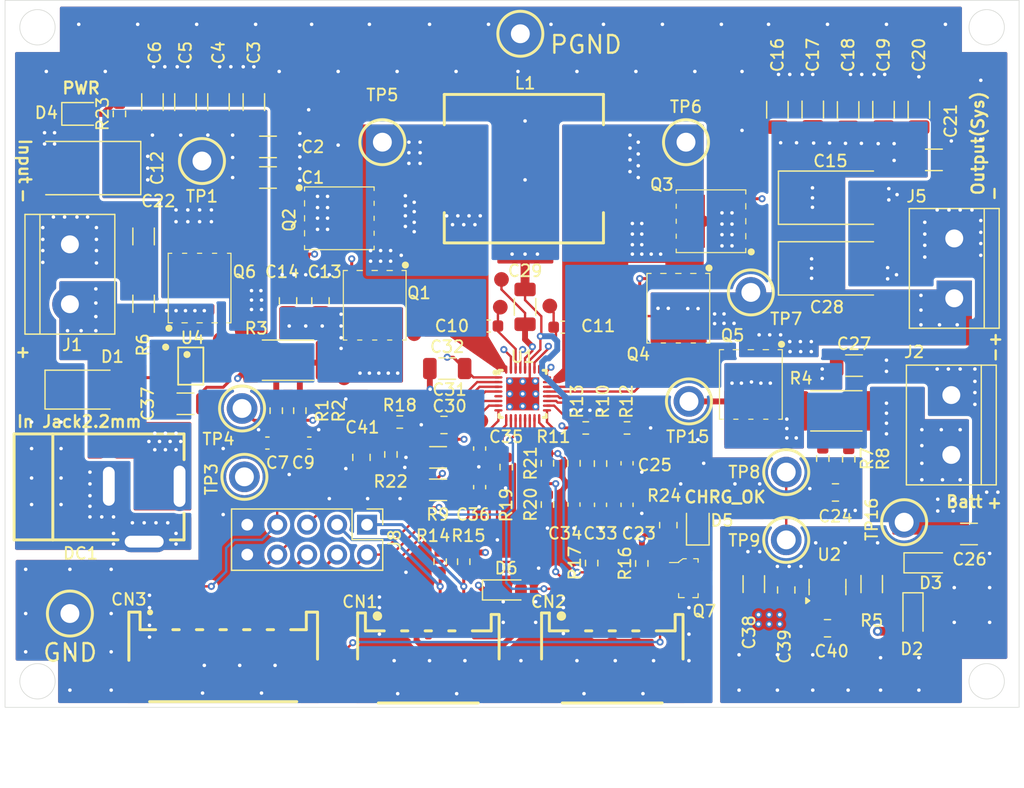
<source format=kicad_pcb>
(kicad_pcb (version 20240108) (generator "pcbnew") (generator_version "8.0")
  (layers (0 "F.Cu" mixed) (1 "In1.Cu" signal) (2 "In2.Cu" signal) (31 "B.Cu" signal) (34 "B.Paste" user) (35 "F.Paste" user) (36 "B.SilkS" user "B.Silkscreen") (37 "F.SilkS" user "F.Silkscreen") (38 "B.Mask" user) (39 "F.Mask" user) (44 "Edge.Cuts" user))
  (net 0 "")
  (net 1 "GNDPWR")
  (net 2 "VBUS")
  (net 3 "/ACP")
  (net 4 "GND")
  (net 5 "/ACN")
  (net 6 "/BTST1")
  (net 7 "/SW1")
  (net 8 "/BTST2")
  (net 9 "/SW2")
  (net 10 "Net-(Q1-D)")
  (net 11 "VSYS")
  (net 12 "Net-(C22-Pad2)")
  (net 13 "Net-(C23-Pad2)")
  (net 14 "/SRN")
  (net 15 "/SRP")
  (net 16 "Net-(U1-COMP2)")
  (net 17 "VBATT")
  (net 18 "Net-(Q5-D)")
  (net 19 "+6V")
  (net 20 "VDDA")
  (net 21 "Net-(U1-COMP1)")
  (net 22 "Net-(C34-Pad2)")
  (net 23 "/IADPT")
  (net 24 "/IBAT")
  (net 25 "Net-(U4-VCAPH)")
  (net 26 "Net-(U4-VCAPL)")
  (net 27 "3V3")
  (net 28 "Net-(U2-VI)")
  (net 29 "/ILIM_HIZ")
  (net 30 "VInput")
  (net 31 "Net-(D2-K)")
  (net 32 "/I2C_SCL")
  (net 33 "/I2C_SDA")
  (net 34 "/~{PROCHOT}")
  (net 35 "/PSYS")
  (net 36 "/CHRG_OK")
  (net 37 "/HIDRV1")
  (net 38 "/LODRV1")
  (net 39 "/LODRV2")
  (net 40 "/HIDRV2")
  (net 41 "/~{BATDRV}")
  (net 42 "/GATE_NMOS")
  (net 43 "/CELL_BATPRESZ")
  (net 44 "/CMPOUT")
  (net 45 "/CMPIN")
  (net 46 "/OTG")
  (net 49 "Net-(D4-A)")
  (net 50 "Net-(D5-A)")
  (net 51 "Net-(D5-K)")
  (net 52 "3V3_Ext")
  (footprint "Resistor_SMD:R_2512_6332Metric" (layer "F.Cu") (at 95 109.8 180)
    (property "Reference" "R4")
    (property "Value" "0.01")
  )
  (footprint "Capacitor_SMD:C_1206_3216Metric" (layer "F.Cu") (at 90 84.25 -90)
    (property "Reference" "C16")
    (property "Value" "10u")
  )
  (footprint "Capacitor_SMD:C_0805_2012Metric" (layer "F.Cu") (at 94.925 116.725 180)
    (property "Reference" "C24")
    (property "Value" "0.1u")
  )
  (footprint "SparkFun-Connector:TestPoint-1.25mm" (layer "F.Cu") (at 53.25 107)
    (property "Reference" "TP2")
    (property "Value" "1.25mm")
  )
  (footprint "RH-5006:TH_BD3.2-D2.0" (layer "F.Cu") (at 56.5 87)
    (property "Reference" "TP5")
    (property "Value" "RH-5006")
  )
  (footprint "RH-5006:TH_BD3.2-D2.0" (layer "F.Cu") (at 82.5 109)
    (property "Reference" "TP15")
    (property "Value" "RH-5006")
  )
  (footprint "RH-5006:TH_BD3.2-D2.0" (layer "F.Cu") (at 90.75 115 90)
    (property "Reference" "TP8")
    (property "Value" "RH-5006")
  )
  (footprint "AON6407-MS:TDSON-8_L5.9-W5.2-P1.27-BL" (layer "F.Cu") (at 87.75 106.46 180)
    (property "Reference" "Q5")
    (property "Value" "AON6407-MS")
  )
  (footprint "Capacitor_SMD:C_0603_1608Metric" (layer "F.Cu") (at 71.8 102.7)
    (property "Reference" "C11")
    (property "Value" "47n")
  )
  (footprint "Resistor_SMD:R_0603_1608Metric" (layer "F.Cu") (at 57.975 110.75)
    (property "Reference" "R18")
    (property "Value" "383k")
  )
  (footprint "RH-5006:TH_BD3.2-D2.0" (layer "F.Cu") (at 30 127)
    (property "Reference" "TP23" (hide yes))
    (property "Value" "RH-5006")
  )
  (footprint "Resistor_SMD:R_0603_1608Metric" (layer "F.Cu") (at 72.75 114.25 90)
    (property "Reference" "R11")
    (property "Value" "40.2k")
  )
  (footprint "AON6362-MS:TDSON-8_L5.9-W5.2-P1.27-BL" (layer "F.Cu") (at 85.47 93.71 90)
    (property "Reference" "Q3")
    (property "Value" "AON6362-MS")
  )
  (footprint "Connector_PinHeader_2.54mm:PinHeader_2x05_P2.54mm_Vertical" (layer "F.Cu") (at 55.2 119.46 -90)
    (property "Reference" "J8")
    (property "Value" "Conn_02x05_Odd_Even")
  )
  (footprint "TerminalBlock:TerminalBlock_bornier-2_P5.08mm" (layer "F.Cu") (at 105 100.25 90)
    (property "Reference" "J5")
    (property "Value" "Screw_Terminal_01x02")
  )
  (footprint "Capacitor_SMD:C_1206_3216Metric" (layer "F.Cu") (at 61.225 113.75)
    (property "Reference" "C30")
    (property "Value" "1u")
  )
  (footprint "Capacitor_SMD:C_0603_1608Metric" (layer "F.Cu") (at 77.25 117.775 90)
    (property "Reference" "C23")
    (property "Value" "680p")
  )
  (footprint "Resistor_SMD:R_0603_1608Metric" (layer "F.Cu") (at 34.2 84.6 90)
    (property "Reference" "R23")
    (property "Value" "2k")
  )
  (footprint "Capacitor_SMD:C_1206_3216Metric" (layer "F.Cu") (at 102 84.25 -90)
    (property "Reference" "C20")
    (property "Value" "10u")
  )
  (footprint "Resistor_SMD:R_0603_1608Metric" (layer "F.Cu") (at 70.5 117.75 90)
    (property "Reference" "R20")
    (property "Value" "300k")
  )
  (footprint "RH-5006:TH_BD3.2-D2.0" (layer "F.Cu") (at 68.2 77.8)
    (property "Reference" "TP24" (hide yes))
    (property "Value" "RH-5006")
  )
  (footprint "SparkFun-Connector:TestPoint-1.25mm" (layer "F.Cu") (at 49.75 96.75 90)
    (property "Reference" "TP19")
    (property "Value" "1.25mm")
  )
  (footprint "Capacitor_SMD:C_0603_1608Metric" (layer "F.Cu") (at 46.75 112.535)
    (property "Reference" "C7")
    (property "Value" "33n")
  )
  (footprint "AON6362-MS:TDSON-8_L5.9-W5.2-P1.27-BL" (layer "F.Cu") (at 81.6 99.99 180)
    (property "Reference" "Q4")
    (property "Value" "AON6362-MS")
  )
  (footprint "Capacitor_SMD:C_1206_3216Metric" (layer "F.Cu") (at 37 83.6 -90)
    (property "Reference" "C6")
    (property "Value" "10u")
  )
  (footprint "Capacitor_SMD:C_1206_3216Metric" (layer "F.Cu") (at 106.25 120.25 180)
    (property "Reference" "C26")
    (property "Value" "10u")
  )
  (footprint "digikey-footprints:SOT-23-3" (layer "F.Cu") (at 82.45 124)
    (property "Reference" "Q7")
    (property "Value" "2N7002")
  )
  (footprint "Resistor_SMD:R_1206_3216Metric" (layer "F.Cu") (at 36.25 100.71 90)
    (property "Reference" "R6")
    (property "Value" "3.9")
  )
  (footprint "Capacitor_SMD:C_1206_3216Metric" (layer "F.Cu") (at 96 84.275 -90)
    (property "Reference" "C18")
    (property "Value" "10u")
  )
  (footprint "RH-5006:TH_BD3.2-D2.0" (layer "F.Cu") (at 100.75 119.25)
    (property "Reference" "TP16")
    (property "Value" "RH-5006")
  )
  (footprint "Resistor_SMD:R_1206_3216Metric" (layer "F.Cu") (at 61.225 116.5 180)
    (property "Reference" "R9")
    (property "Value" "3.9")
  )
  (footprint "RH-5006:TH_BD3.2-D2.0" (layer "F.Cu") (at 44.6 109.6 90)
    (property "Reference" "TP4")
    (property "Value" "RH-5006")
  )
  (footprint "SparkFun-Connector:TestPoint-1.25mm" (layer "F.Cu") (at 66.5 101)
    (property "Reference" "TP13")
    (property "Value" "1.25mm")
  )
  (footprint "Capacitor_Tantalum_SMD:CP_EIA-7343-31_Kemet-D" (layer "F.Cu") (at 94.5 91.71)
    (property "Reference" "C15")
    (property "Value" "C_Polarized")
  )
  (footprint "Resistor_SMD:R_0603_1608Metric" (layer "F.Cu") (at 77.25 111.25)
    (property "Reference" "R12")
    (property "Value" "100k")
  )
  (footprint "Capacitor_SMD:C_0603_1608Metric" (layer "F.Cu") (at 64.75 116.275 -90)
    (property "Reference" "C36")
    (property "Value" "100p")
  )
  (footprint "Capacitor_SMD:C_1206_3216Metric" (layer "F.Cu") (at 96.5 105.96)
    (property "Reference" "C27")
    (property "Value" "1u")
  )
  (footprint "Resistor_SMD:R_0603_1608Metric" (layer "F.Cu") (at 61.4 122.6 90)
    (property "Reference" "R14")
    (property "Value" "10k")
  )
  (footprint "Capacitor_SMD:C_1206_3216Metric" (layer "F.Cu") (at 46.8 90 180)
    (property "Reference" "C1")
    (property "Value" "10u")
  )
  (footprint "RH-5006:TH_BD3.2-D2.0" (layer "F.Cu") (at 41.2 88.6)
    (property "Reference" "TP1")
    (property "Value" "RH-5006")
  )
  (footprint "Capacitor_SMD:C_1206_3216Metric" (layer "F.Cu") (at 68.6 100.975 -90)
    (property "Reference" "C29")
    (property "Value" "2.2u")
  )
  (footprint "Diode_SMD:D_SOD-323_HandSoldering" (layer "F.Cu") (at 101.5 127.25 -90)
    (property "Reference" "D2")
    (property "Value" "BAT54")
  )
  (footprint "Resistor_SMD:R_2512_6332Metric" (layer "F.Cu") (at 48.5 105.5)
    (property "Reference" "R3")
    (property "Value" "0.01")
  )
  (footprint "Capacitor_SMD:C_0805_2012Metric" (layer "F.Cu") (at 48.5 100.46 -90)
    (property "Reference" "C14")
    (property "Value" "1n")
  )
  (footprint "Capacitor_Tantalum_SMD:CP_EIA-7343-31_Kemet-D" (layer "F.Cu") (at 31.6 89.2 180)
    (property "Reference" "C12")
    (property "Value" "C_Polarized")
  )
  (footprint "Capacitor_SMD:C_0603_1608Metric" (layer "F.Cu") (at 50.3 112.535 180)
    (property "Reference" "C9")
    (property "Value" "33n")
  )
  (footprint "Capacitor_SMD:C_1206_3216Metric" (layer "F.Cu") (at 62 106.21)
    (property "Reference" "C32")
    (property "Value" "0.47u")
  )
  (footprint "Resistor_SMD:R_0603_1608Metric" (layer "F.Cu") (at 75 114.275 90)
    (property "Reference" "R10")
    (property "Value" "10k")
  )
  (footprint "SparkFun-Connector:TestPoint-1.25mm" (layer "F.Cu") (at 88.5 90.5 90)
    (property "Reference" "TP20")
    (property "Value" "1.25mm")
  )
  (footprint "Capacitor_SMD:C_1206_3216Metric" (layer "F.Cu") (at 45.6 83.6 -90)
    (property "Reference" "C3")
    (property "Value" "10u")
  )
  (footprint "Package_TO_SOT_SMD:SOT-23" (layer "F.Cu") (at 94.25 124.75 90)
    (property "Reference" "U2")
    (property "Value" "LM3480-3.3")
  )
  (footprint "Capacitor_SMD:C_1206_3216Metric" (layer "F.Cu") (at 46.8 87.4 180)
    (property "Reference" "C2")
    (property "Value" "10u")
  )
  (footprint "RH-5006:TH_BD3.2-D2.0" (layer "F.Cu") (at 87.75 99.75)
    (property "Reference" "TP7")
    (property "Value" "RH-5006")
  )
  (footprint "SparkFun-Connector:TestPoint-1.25mm" (layer "F.Cu") (at 59.2 103.25 90)
    (property "Reference" "TP18")
    (property "Value" "1.25mm")
  )
  (footprint "AON6362-MS:TDSON-8_L5.9-W5.2-P1.27-BL" (layer "F.Cu") (at 51.75 93.46 -90)
    (property "Reference" "Q2")
    (property "Value" "AON6362-MS")
  )
  (footprint "Capacitor_SMD:C_1206_3216Metric" (layer "F.Cu") (at 39.8 83.6 -90)
    (property "Reference" "C5")
    (property "Value" "10u")
  )
  (footprint "LED_SMD:LED_0805_2012Metric" (layer "F.Cu") (at 31 84.6)
    (property "Reference" "D4")
    (property "Value" "LED")
  )
  (footprint "WAFER-200W-4A:CONN-SMD_4P-P2.00_HANBO_WAFER-200W-4A" (layer "F.Cu") (at 60.4 130)
    (property "Reference" "CN1")
    (property "Value" "WAFER-200W-4A")
  )
  (footprint "SparkFun-Connector:TestPoint-1.25mm" (layer "F.Cu") (at 78.85 112.85)
    (property "Reference" "TP10")
    (property "Value" "1.25mm")
  )
  (footprint "Capacitor_SMD:C_0603_1608Metric" (layer "F.Cu") (at 64.75 113 -90)
    (property "Reference" "C35")
    (property "Value" "100p")
  )
  (footprint "Capacitor_SMD:C_0805_2012Metric" (layer "F.Cu") (at 94.25 128.25)
    (property "Reference" "C40")
    (property "Value" "0.1u")
  )
  (footprint "Capacitor_SMD:C_1206_3216Metric" (layer "F.Cu") (at 103.275 88.5 180)
    (property "Reference" "C21")
    (property "Value" "10u")
  )
  (footprint "Resistor_SMD:R_0603_1608Metric" (layer "F.Cu") (at 96.05 113.9 -90)
    (property "Reference" "R8")
    (property "Value" "10")
  )
  (footprint "Capacitor_SMD:C_0805_2012Metric" (layer "F.Cu") (at 90.75 125 -90)
    (property "Reference" "C39")
    (property "Value" "0.1u")
  )
  (footprint "Capacitor_Tantalum_SMD:CP_EIA-7343-31_Kemet-D" (layer "F.Cu") (at 94.5 97.71)
    (property "Reference" "C28")
    (property "Value" "C_Polarized")
  )
  (footprint "BQ25730RSNR:QFN-32_L4.0-W4.0-P0.40-TL-EP2.8" (layer "F.Cu") (at 68.4 108.36)
    (property "Reference" "U1")
    (property "Value" "BQ25730RSNR")
  )
  (footprint "Resistor_SMD:R_0603_1608Metric" (layer "F.Cu") (at 73.75 111.25)
    (property "Reference" "R13")
    (property "Value" "82k")
  )
  (footprint "RH-5006:TH_BD3.2-D2.0" (layer "F.Cu") (at 90.75 120.75 90)
    (property "Reference" "TP9")
    (property "Value" "RH-5006")
  )
  (footprint "TerminalBlock:TerminalBlock_bornier-2_P5.08mm" (layer "F.Cu") (at 30 95.67 -90)
    (property "Reference" "J1")
    (property "Value" "Screw_Terminal_01x02")
  )
  (footprint "Diode_SMD:D_SOD-323_HandSoldering" (layer "F.Cu") (at 102.75 122.7)
    (property "Reference" "D3")
    (property "Value" "BAT54")
  )
  (footprint "SparkFun-Connector:TestPoint-1.25mm" (layer "F.Cu") (at 91.25 127.5)
    (property "Reference" "TP17")
    (property "Value" "1.25mm")
  )
  (footprint "Capacitor_SMD:C_0603_1608Metric" (layer "F.Cu") (at 77.25 114.25 -90)
    (property "Reference" "C25")
    (property "Value" "15p")
  )
  (footprint "FXL1350-4R7-M:IND-SMD_L12.6-W13.5" (layer "F.Cu") (at 68.5 89.25)
    (property "Reference" "L1")
    (property "Value" "FXL1350-4R7-M 4.7uH")
  )
  (footprint "Capacitor_SMD:C_1206_3216Metric" (layer "F.Cu") (at 42.6 83.6 -90)
    (property "Reference" "C4")
    (property "Value" "10u")
  )
  (footprint "Capacitor_SMD:C_1206_3216Metric" (layer "F.Cu") (at 99 84.25 -90)
    (property "Reference" "C19")
    (property "Value" "10u")
  )
  (footprint "Capacitor_SMD:C_1206_3216Metric" (layer "F.Cu") (at 88 124.5 -90)
    (property "Reference" "C38")
    (property "Value" "1u")
  )
  (footprint "AON6362-MS:TDSON-8_L5.9-W5.2-P1.27-BL" (layer "F.Cu") (at 55.85 99.74 180)
    (property "Reference" "Q1")
    (property "Value" "AON6362-MS")
  )
  (footprint "Capacitor_SMD:C_0603_1608Metric" (layer "F.Cu") (at 65.525 102.6 180)
    (property "Reference" "C10")
    (property "Value" "47n")
  )
  (footprint "Resistor_SMD:R_0603_1608Metric" (layer "F.Cu") (at 49.5 109.785 -90)
    (property "Reference" "R2")
    (property "Value" "4.9")
  )
  (footprint "Resistor_SMD:R_0603_1608Metric" (layer "F.Cu") (at 67 114.575 -90)
    (property "Reference" "R19")
    (property "Value" "30k")
  )
  (footprint "DC-005-5A-2.5:DC-IN-TH_DC-005-5A-2.5" (layer "F.Cu") (at 36.3 118.55)
    (property "Reference" "DC1")
    (property "Value" "DC-005-5A-2.5")
  )
  (footprint "Resistor_SMD:R_0805_2012Metric" (layer "F.Cu") (at 80.75 119.5 90)
    (property "Reference" "R24")
    (property "Value" "680")
  )
  (footprint "Resistor_SMD:R_0603_1608Metric" (layer "F.Cu") (at 70.5 114.25 90)
    (property "Reference" "R21")
    (property "Value" "2M")
  )
  (footprint "Resistor_SMD:R_0603_1608Metric" (layer "F.Cu") (at 63.4 122.6 90)
    (property "Reference" "R15")
    (property "Value" "10k")
  )
  (footprint "LM74610QDGKRQ1:VSSOP-8_L3.0-W3.0-P0.65-LS5.0-BL" (layer "F.Cu") (at 40.25 106 -90)
    (property "Reference" "U4")
    (property "Value" "LM74610QDGKRQ1")
  )
  (footprint "TerminalBlock:TerminalBlock_bornier-2_P5.08mm" (layer "F.Cu") (at 104.75 113.54 90)
    (property "Reference" "J2")
    (property "Value" "Screw_Terminal_01x02")
  )
  (footprint "Capacitor_SMD:C_0603_1608Metric" (layer "F.Cu") (at 75 117.775 -90)
    (property "Reference" "C33")
    (property "Value" "33p")
  )
  (footprint "SparkFun-Connector:TestPoint-1.25mm" (layer "F.Cu") (at 66.6 98.65)
    (property "Reference" "TP11")
    (property "Value" "1.25mm")
  )
  (footprint "Capacitor_SMD:C_1206_3216Metric" (layer "F.Cu") (at 36.25 95 -90)
    (property "Reference" "C22")
    (property "Value" "1u")
  )
  (footprint "Diode_SMD:D_SOD-323_HandSoldering" (layer "F.Cu") (at 67 125)
    (property "Reference" "D6")
    (property "Value" "BAT54")
  )
  (footprint "RH-5006:TH_BD3.2-D2.0" (layer "F.Cu") (at 44.8 115.4)
    (property "Reference" "TP3")
    (property "Value" "RH-5006")
  )
  (footprint "Capacitor_SMD:C_1206_3216Metric" (layer "F.Cu") (at 39.8 109.2 180)
    (property "Reference" "C37")
    (property "Value" "2.2u")
  )
  (footprint "WAFER-200W-4A:CONN-SMD_4P-P2.00_HANBO_WAFER-200W-4A" (layer "F.Cu") (at 76 130)
    (property "Reference" "CN2")
    (property "Value" "WAFER-200W-4A")
  )
  (footprint "NTMFS4C03NT1G-MS:TDSON-8_L5.9-W5.2-P1.27-BL" (layer "F.Cu") (at 41 100.48)
    (property "Reference" "Q6")
    (property "Value" "NTMFS4C03NT1G-MS")
  )
  (footprint "Resistor_SMD:R_0603_1608Metric" (layer "F.Cu") (at 57.225 113.5 -90)
    (property "Reference" "R22")
    (property "Value" "220k")
  )
  (footprint "SparkFun-Connector:TestPoint-1.25mm" (layer "F.Cu") (at 70.7 100.9)
    (property "Reference" "TP14")
    (property "Value" "1.25mm")
  )
  (footprint "SparkFun-Connector:TestPoint-1.25mm" (layer "F.Cu") (at 42.75 103.75 90)
    (property "Reference" "TP22")
    (property "Value" "1.25mm")
  )
  (footprint "WAFER-200W-6A:CONN-SMD_6P-P2.00_XUNPU_WAFER-200W-6A" (layer "F.Cu") (at 43 130)
    (property "Reference" "CN3")
    (property "Value" "WAFER-200W-6A")
  )
  (footprint "LED_SMD:LED_0805_2012Metric" (layer "F.Cu") (at 83.25 119.5 90)
    (property "Reference" "D5")
    (property "Value" "LED")
  )
  (footprint "Capacitor_SMD:C_1206_3216Metric" (layer "F.Cu") (at 93 84.225 -90)
    (property "Reference" "C17")
    (property "Value" "10u")
  )
  (footprint "Resistor_SMD:R_1206_3216Metric" (layer "F.Cu") (at 98 124.5 90)
    (property "Reference" "R5")
    (property "Value" "3.9")
  )
  (footprint "SparkFun-Connector:TestPoint-1.25mm" (layer "F.Cu") (at 64.85 110.65)
    (property "Reference" "TP12")
    (property "Value" "1.25mm")
  )
  (footprint "SparkFun-Connector:TestPoint-1.25mm" (layer "F.Cu") (at 78 100 90)
    (property "Reference" "TP21")
    (property "Value" "1.25mm")
  )
  (footprint "Capacitor_SMD:C_0805_2012Metric" (layer "F.Cu") (at 51.25 100.46 -90)
    (property "Reference" "C13")
    (property "Value" "0.1u")
  )
  (footprint "Resistor_SMD:R_0603_1608Metric" (layer "F.Cu") (at 74.25 122.72 90)
    (property "Reference" "R17")
    (property "Value" "10k")
  )
  (footprint "Diode_SMD:D_SMA" (layer "F.Cu") (at 31.4 108)
    (property "Reference" "D1")
    (property "Value" "TVS 26V")
  )
  (footprint "RH-5006:TH_BD3.2-D2.0" (layer "F.Cu") (at 82.25 87)
    (property "Reference" "TP6")
    (property "Value" "RH-5006")
  )
  (footprint "Resistor_SMD:R_0603_1608Metric" (layer "F.Cu") (at 78.5 122.75 90)
    (property "Reference" "R16")
    (property "Value" "10k")
  )
  (footprint "Capacitor_SMD:C_0603_1608Metric" (layer "F.Cu") (at 72.75 117.75 90)
    (property "Reference" "C34")
    (property "Value" "4.7n")
  )
  (footprint "Resistor_SMD:R_0603_1608Metric" (layer "F.Cu") (at 47.5 109.785 -90)
    (property "Reference" "R1")
    (property "Value" "4.9")
  )
  (footprint "Resistor_SMD:R_0603_1608Metric" (layer "F.Cu") (at 93.85 113.85 -90)
    (property "Reference" "R7")
    (property "Value" "10")
  )
  (footprint "Capacitor_SMD:C_0805_2012Metric" (layer "F.Cu") (at 54.725 113.75 -90)
    (property "Reference" "C41")
    (property "Value" "1n")
  )
  (footprint "Capacitor_SMD:C_0805_2012Metric" (layer "F.Cu") (at 61.725 111)
    (property "Reference" "C31")
    (property "Value" "0.1u")
  )
  (footprint "NetTie:NetTie-2_SMD_Pad0.5mm" (layer "B.Cu") (at 70.41 103.47 180)
    (property "Reference" "NT1" (hide yes))
    (property "Value" "NetTie_2" (hide yes))
  )
  (gr_circle (center 27.25 77.25) (end 28.75 77.25) (stroke (width 0.05)) (fill none) (layer "Edge.Cuts"))
  (gr_rect (start 24.5 74.96) (end 110.5 134.96) (stroke (width 0.05)) (fill none) (layer "Edge.Cuts"))
  (gr_circle (center 107.75 132.75) (end 109.25 132.75) (stroke (width 0.05)) (fill none) (layer "Edge.Cuts"))
  (gr_circle (center 107.75 77.25) (end 109.25 77.25) (stroke (width 0.05)) (fill none) (layer "Edge.Cuts"))
  (gr_circle (center 27.25 132.75) (end 28.75 132.75) (stroke (width 0.05)) (fill none) (layer "Edge.Cuts"))
  (gr_text "+" (at 108 103 270) (layer "F.SilkS") (effects (font (size 1 1) (thickness 0.2)) (justify left bottom)))
  (gr_text "GND" (at 27.6 131.2 0) (layer "F.SilkS") (effects (font (size 1.5 1.5) (thickness 0.2)) (justify left bottom)))
  (gr_text "-" (at 25.5 90.8 270) (layer "F.SilkS") (effects (font (size 1 1) (thickness 0.2)) (justify left bottom)))
  (gr_text "-" (at 108 104.3 270) (layer "F.SilkS") (effects (font (size 1 1) (thickness 0.2)) (justify left bottom)))
  (gr_text "In Jack2.2mm" (at 25.4 111.3 0) (layer "F.SilkS") (effects (font (size 1 1) (thickness 0.2)) (justify left bottom)))
  (gr_text "Input" (at 25.6 86.6 270) (layer "F.SilkS") (effects (font (size 1 1) (thickness 0.2)) (justify left bottom)))
  (gr_text "CHRG_OK" (at 82 117.7 0) (layer "F.SilkS") (effects (font (size 1 1) (thickness 0.2)) (justify left bottom)))
  (gr_text "PGND" (at 70.6 79.6 0) (layer "F.SilkS") (effects (font (size 1.5 1.5) (thickness 0.2)) (justify left bottom)))
  (gr_text "-" (at 107.9 90.6 270) (layer "F.SilkS") (effects (font (size 1 1) (thickness 0.2)) (justify left bottom)))
  (gr_text "PWR" (at 29.25 83 0) (layer "F.SilkS") (effects (font (size 1 1) (thickness 0.2)) (justify left bottom)))
  (gr_text "+" (at 25.5 104.1 270) (layer "F.SilkS") (effects (font (size 1 1) (thickness 0.2)) (justify left bottom)))
  (gr_text "Batt" (at 104.2 118.1 0) (layer "F.SilkS") (effects (font (size 1 1) (thickness 0.2)) (justify left bottom)))
  (gr_text "Output(Sys)" (at 107.6 91.6 90) (layer "F.SilkS") (effects (font (size 1 1) (thickness 0.2)) (justify left bottom)))
  (gr_text "+" (at 107.9 116.9 270) (layer "F.SilkS") (effects (font (size 1 1) (thickness 0.2)) (justify left bottom)))
  (segment (start 69.5 108.36) (end 69.56 108.36) (width 0.2) (layer "F.Cu") (net 1))
  (segment (start 68.4 108.36) (end 68.4 107.3) (width 0.2) (layer "F.Cu") (net 1))
  (segment (start 69.98 103.39) (end 69.98 101.78) (width 0.2) (layer "F.Cu") (net 1))
  (segment (start 68.6 99.5) (end 68.6 96.5) (width 0.75) (layer "F.Cu") (net 1))
  (segment (start 68.4 109.4) (end 68.4 108.36) (width 0.2) (layer "F.Cu") (net 1))
  (segment (start 69.9 103.47) (end 69.98 103.39) (width 0.2) (layer "F.Cu") (net 1))
  (segment (start 68.4 107.3) (end 68.4 107.19) (width 0.2) (layer "F.Cu") (net 1))
  (segment (start 68.4 107.19) (end 68.39 107.18) (width 0.2) (layer "F.Cu") (net 1))
  (segment (start 68.4 109.6) (end 68.4 109.4) (width 0.2) (layer "F.Cu") (net 1))
  (segment (start 67.3 108.36) (end 67.14 108.36) (width 0.2) (layer "F.Cu") (net 1))
  (segment (start 69.98 101.78) (end 68.6 100.4) (width 0.2) (layer "F.Cu") (net 1))
  (segment (start 69.9 103.47) (end 69.9 104.595686) (width 0.2) (layer "F.Cu") (net 1))
  (segment (start 69 106.3) (end 69 107.76) (width 0.2) (layer "F.Cu") (net 1))
  (segment (start 68.4 108.36) (end 67.3 108.36) (width 0.2) (layer "F.Cu") (net 1))
  (segment (start 68.4 108.36) (end 69.5 108.36) (width 0.2) (layer "F.Cu") (net 1))
  (segment (start 68.6 100.4) (end 68.6 99.5) (width 0.2) (layer "F.Cu") (net 1))
  (segment (start 69 105.495686) (end 69 106.3) (width 0.2) (layer "F.Cu") (net 1))
  (segment (start 69.9 104.595686) (end 69 105.495686) (width 0.2) (layer "F.Cu") (net 1))
  (via (at 85.3 93.95) (size 0.6) (drill 0.3) (layers "F.Cu" "B.Cu") (net 1))
  (via (at 49.5 87.25) (size 0.6) (drill 0.3) (layers "F.Cu" "B.Cu") (net 1))
  (via (at 67.3 107.275) (size 0.6) (drill 0.3) (layers "F.Cu" "B.Cu") (net 1))
  (via (at 29.25 110.75) (size 0.6) (drill 0.3) (layers "F.Cu" "B.Cu") (net 1))
  (via (at 52.75 81) (size 0.6) (drill 0.3) (layers "F.Cu" "B.Cu") (net 1))
  (via (at 33.7 121.1) (size 0.6) (drill 0.3) (layers "F.Cu" "B.Cu") (net 1))
  (via (at 35.3 119.3) (size 0.6) (drill 0.3) (layers "F.Cu" "B.Cu") (net 1))
  (via (at 31.7 117.9) (size 0.6) (drill 0.3) (layers "F.Cu" "B.Cu") (net 1))
  (via (at 102.5 95.75) (size 0.6) (drill 0.3) (layers "F.Cu" "B.Cu") (net 1))
  (via (at 69.5 109.45) (size 0.6) (drill 0.3) (layers "F.Cu" "B.Cu") (net 1))
  (via (at 52 98.25) (size 0.6) (drill 0.3) (layers "F.Cu" "B.Cu") (net 1))
  (via (at 51.85 94.4) (size 0.6) (drill 0.3) (layers "F.Cu" "B.Cu") (net 1))
  (via (at 51 94.4) (size 0.6) (drill 0.3) (layers "F.Cu" "B.Cu") (net 1))
  (via (at 28.7 87.15) (size 0.6) (drill 0.3) (layers "F.Cu" "B.Cu") (net 1))
  (via (at 104.5 106.25) (size 0.6) (drill 0.3) (layers "F.Cu" "B.Cu") (net 1))
  (via (at 67.3 108.36) (size 0.6) (drill 0.3) (layers "F.Cu" "B.Cu") (net 1))
  (via (at 80.25 77) (size 0.6) (drill 0.3) (layers "F.Cu" "B.Cu") (net 1))
  (via (at 108 127.75) (size 0.6) (drill 0.3) (layers "F.Cu" "B.Cu") (net 1))
  (via (at 32.25 94.25) (size 0.6) (drill 0.3) (layers "F.Cu" "B.Cu") (net 1))
  (via (at 51.85 93.45) (size 0.6) (drill 0.3) (layers "F.Cu" "B.Cu") (net 1))
  (via (at 26.75 115.5) (size 0.6) (drill 0.3) (layers "F.Cu" "B.Cu") (net 1))
  (via (at 86.15 94.85) (size 0.6) (drill 0.3) (layers "F.Cu" "B.Cu") (net 1))
  (via (at 89.25 77) (size 0.6) (drill 0.3) (layers "F.Cu" "B.Cu") (net 1))
  (via (at 68.4 107.3) (size 0.6) (drill 0.3) (layers "F.Cu" "B.Cu") (net 1))
  (via (at 87 86) (size 0.6) (drill 0.3) (layers "F.Cu" "B.Cu") (net 1))
  (via (at 94.25 77) (size 0.6) (drill 0.3) (layers "F.Cu" "B.Cu") (net 1))
  (via (at 29.25 113) (size 0.6) (drill 0.3) (layers "F.Cu" "B.Cu") (net 1))
  (via (at 93 133.5) (size 0.6) (drill 0.3) (layers "F.Cu" "B.Cu") (net 1))
  (via (at 102 130.75) (size 0.6) (drill 0.3) (layers "F.Cu" "B.Cu") (net 1))
  (via (at 108.7 116.7) (size 0.6) (drill 0.3) (layers "F.Cu" "B.Cu") (net 1))
  (via (at 45.6 80.6) (size 0.6) (drill 0.3) (layers "F.Cu" "B.Cu") (net 1))
  (via (at 93 81.25) (size 0.6) (drill 0.3) (layers "F.Cu" "B.Cu") (net 1))
  (via (at 69.475 107.275) (size 0.6) (drill 0.3) (layers "F.Cu" "B.Cu") (net 1))
  (via (at 86.15 93) (size 0.6) (drill 0.3) (layers "F.Cu" "B.Cu") (net 1))
  (via (at 86.15 93.95) (size 0.6) (drill 0.3) (layers "F.Cu" "B.Cu") (net 1))
  (via (at 50.25 84.25) (size 0.6) (drill 0.3) (layers "F.Cu" "B.Cu") (net 1))
  (via (at 31.7 117) (size 0.6) (drill 0.3) (layers "F.Cu" "B.Cu") (net 1))
  (via (at 92 123) (size 0.6) (drill 0.3) (layers "F.Cu" "B.Cu") (net 1))
  (via (at 93 130.5) (size 0.6) (drill 0.3) (layers "F.Cu" "B.Cu") (net 1))
  (via (at 27.7 96.2) (size 0.6) (drill 0.3) (layers "F.Cu" "B.Cu") (net 1))
  (via (at 30.75 77) (size 0.6) (drill 0.3) (layers "F.Cu" "B.Cu") (net 1))
  (via (at 28.7 86.2) (size 0.6) (drill 0.3) (layers "F.Cu" "B.Cu") (net 1))
  (via (at 39 120.2) (size 0.6) (drill 0.3) (layers "F.Cu" "B.Cu") (net 1))
  (via (at 26.75 113) (size 0.6) (drill 0.3) (layers "F.Cu" "B.Cu") (net 1))
  (via (at 31.5 93.35) (size 0.6) (drill 0.3) (layers "F.Cu" "B.Cu") (net 1))
  (via (at 33.7 118.8) (size 0.6) (drill 0.3) (layers "F.Cu" "B.Cu") (net 1))
  (via (at 104.75 86.9) (size 0.6) (drill 0.3) (layers "F.Cu" "B.Cu") (net 1))
  (via (at 78 81) (size 0.6) (drill 0.3) (layers "F.Cu" "B.Cu") (net 1))
  (via (at 26.75 110.75) (size 0.6) (drill 0.3) (layers "F.Cu" "B.Cu") (net 1))
  (via (at 49.5 88.25) (size 0.6) (drill 0.3) (layers "F.Cu" "B.Cu") (net 1))
  (via (at 62.75 81) (size 0.6) (drill 0.3) (layers "F.Cu" "B.Cu") (net 1))
  (via (at 85.3 94.85) (size 0.6) (drill 0.3) (layers "F.Cu" "B.Cu") (net 1))
  (via (at 43.65 80.6) (size 0.6) (drill 0.3) (layers "F.Cu" "B.Cu") (net 1))
  (via (at 100.15 91.45) (size 0.6) (drill 0.3) (layers "F.Cu" "B.Cu") (net 1))
  (via (at 106.5 92.75) (size 0.6) (drill 0.3) (layers "F.Cu" "B.Cu") (net 1))
  (via (at 51 92.55) (size 0.6) (drill 0.3) (layers "F.Cu" "B.Cu") (net 1))
  (via (at 49.5 86.25) (size 0.6) (drill 0.3) (layers "F.Cu" "B.Cu") (net 1))
  (via (at 75.25 77) (size 0.6) (drill 0.3) (layers "F.Cu" "B.Cu") (net 1))
  (via (at 87 81) (size 0.6) (drill 0.3) (layers "F.Cu" "B.Cu") (net 1))
  (via (at 107.25 81.75) (size 0.6) (drill 0.3) (layers "F.Cu" "B.Cu") (net 1))
  (via (at 60.5 77) (size 0.6) (drill 0.3) (layers "F.Cu" "B.Cu") (net 1))
  (via (at 27.85 86.2) (size 0.6) (drill 0.3) (layers "F.Cu" "B.Cu") (net 1))
  (via (at 102.5 96.75) (size 0.6) (drill 0.3) (layers "F.Cu" "B.Cu") (net 1))
  (via (at 105.5 92.75) (size 0.6) (drill 0.3) (layers "F.Cu" "B.Cu") (net 1))
  (via (at 73 81) (size 0.6) (drill 0.3) (layers "F.Cu" "B.Cu") (net 1))
  (via (at 67.3 109.45) (size 0.6) (drill 0.3) (layers "F.Cu" "B.Cu") (net 1))
  (via (at 105 127.75) (size 0.6) (drill 0.3) (layers "F.Cu" "B.Cu") (net 1))
  (via (at 85.3 95.8) (size 0.6) (drill 0.3) (layers "F.Cu" "B.Cu") (net 1))
  (via (at 90 123) (size 0.6) (drill 0.3) (layers "F.Cu" "B.Cu") (net 1))
  (via (at 28 81) (size 0.6) (drill 0.3) (layers "F.Cu" "B.Cu") (net 1))
  (via (at 51.85 91.6) (size 0.6) (drill 0.3) (layers "F.Cu" "B.Cu") (net 1))
  (via (at 107.25 93.65) (size 0.6) (drill 0.3) (layers "F.Cu" "B.Cu") (net 1))
  (via (at 91.05 81.25) (size 0.6) (drill 0.3) (layers "F.Cu" "B.Cu") (net 1))
  (via (at 51 98.25) (size 0.6) (drill 0.3) (layers "F.Cu" "B.Cu") (net 1))
  (via (at 49.5 90.25) (size 0.6) (drill 0.3) (layers "F.Cu" "B.Cu") (net 1))
  (via (at 99.25 106.45) (size 0.6) (drill 0.3) (layers "F.Cu" "B.Cu") (net 1))
  (via (at 55.4 77) (size 0.6) (drill 0.3) (layers "F.Cu" "B.Cu") (net 1))
  (via (at 27.7 95.25) (size 0.6) (drill 0.3) (layers "F.Cu" "B.Cu") (net 1))
  (via (at 44.7 80.6) (size 0.6) (drill 0.3) (layers "F.Cu" "B.Cu") (net 1))
  (via (at 90.1 81.25) (size 0.6) (drill 0.3) (layers "F.Cu" "B.Cu") (net 1))
  (via (at 37.3 119.3) (size 0.6) (drill 0.3) (layers "F.Cu" "B.Cu") (net 1))
  (via (at 29.25 115.5) (size 0.6) (drill 0.3) (layers "F.Cu" "B.Cu") (net 1))
  (via (at 99.25 77) (size 0.6) (drill 0.3) (layers "F.Cu" "B.Cu") (net 1))
  (via (at 51 91.6) (size 0.6) (drill 0.3) (layers "F.Cu" "B.Cu") (net 1))
  (via (at 27.7 97.2) (size 0.6) (drill 0.3) (layers "F.Cu" "B.Cu") (net 1))
  (via (at 36.3 119.3) (size 0.6) (drill 0.3) (layers "F.Cu" "B.Cu") (net 1))
  (via (at 104.25 77) (size 0.6) (drill 0.3) (layers "F.Cu" "B.Cu") (net 1))
  (via (at 29.25 117.75) (size 0.6) (drill 0.3) (layers "F.Cu" "B.Cu") (net 1))
  (via (at 40 80.6) (size 0.6) (drill 0.3) (layers "F.Cu" "B.Cu") (net 1))
  (via (at 108 124.8) (size 0.6) (drill 0.3) (layers "F.Cu" "B.Cu") (net 1))
  (via (at 96 133.5) (size 0.6) (drill 0.3) (layers "F.Cu" "B.Cu") (net 1))
  (via (at 32.7 118.8) (size 0.6) (drill 0.3) (layers "F.Cu" "B.Cu") (net 1))
  (via (at 103.55 92.75) (size 0.6) (drill 0.3) (layers "F.Cu" "B.Cu") (net 1))
  (via (at 86.15 95.8) (size 0.6) (drill 0.3) (layers "F.Cu" "B.Cu") (net 1))
  (via (at 49.5 89.25) (size 0.6) (drill 0.3) (layers "F.Cu" "B.Cu") (net 1))
  (via (at 93.25 121) (size 0.6) (drill 0.3) (layers "F.Cu" "B.Cu") (net 1))
  (via (at 83 81) (size 0.6) (drill 0.3) (layers "F.Cu" "B.Cu") (net 1))
  (via (at 107.25 86.75) (size 0.6) (drill 0.3) (layers "F.Cu" "B.Cu") (net 1))
  (via (at 69.5 108.36) (size 0.6) (drill 0.3) (layers "F.Cu" "B.Cu") (net 1))
  (via (at 27.7 94.25) (size 0.6) (drill 0.3) (layers "F.Cu" "B.Cu") (net 1))
  (via (at 95.75 121) (size 0.6) (drill 0.3) (layers "F.Cu" "B.Cu") (net 1))
  (via (at 31.7 118.8) (size 0.6) (drill 0.3) (layers "F.Cu" "B.Cu") (net 1))
  (via (at 85.25 77) (size 0.6) (drill 0.3) (layers "F.Cu" "B.Cu") (net 1))
  (via (at 52.75 87.25) (size 0.6) (drill 0.3) (layers "F.Cu" "B.Cu") (net 1))
  (via (at 99.1 81.25) (size 0.6) (drill 0.3) (layers "F.Cu" "B.Cu") (net 1))
  (via (at 106.75 108.25) (size 0.6) (drill 0.3) (layers "F.Cu" "B.Cu") (net 1))
  (via (at 33.7 120.2) (size 0.6) (drill 0.3) (layers "F.Cu" "B.Cu") (net 1))
  (via (at 85.3 93) (size 0.6) (drill 0.3) (layers "F.Cu" "B.Cu") (net 1))
  (via (at 26.75 117.75) (size 0.6) (drill 0.3) (layers "F.Cu" "B.Cu") (net 1))
  (via (at 86.75 133.5) (size 0.6) (drill 0.3) (layers "F.Cu" "B.Cu") (net 1))
  (via (at 68.4 109.4) (size 0.6) (drill 0.3) (layers "F.Cu" "B.Cu") (net 1))
  (via (at 27.85 87.15) (size 0.6) (drill 0.3) (layers "F.Cu" "B.Cu") (net 1))
  (via (at 51 93.45) (size 0.6) (drill 0.3) (layers "F.Cu" "B.Cu") (net 1))
  (via (at 108 121.9) (size 0.6) (drill 0.3) (layers "F.Cu" "B.Cu") (net 1))
  (via (at 35.75 77) (size 0.6) (drill 0.3) (layers "F.Cu" "B.Cu") (net 1))
  (via (at 47.75 81) (size 0.6) (drill 0.3) (layers "F.Cu" "B.Cu") (net 1))
  (via (at 98.75 130.75) (size 0.6) (drill 0.3) (layers "F.Cu" "B.Cu") (net 1))
  (via (at 99.25 105.5) (size 0.6) (drill 0.3) (layers "F.Cu" "B.Cu") (net 1))
  (via (at 99.45 90.95) (size 0.6) (drill 0.3) (layers "F.Cu" "B.Cu") (net 1))
  (via (at 69.9 103.47) (size 0.6) (drill 0.3) (layers "F.Cu" "B.Cu") (net 1))
  (via (at 28.6 93.35) (size 0.6) (drill 0.3) (layers "F.Cu" "B.Cu") (net 1))
  (via (at 90 130.5) (size 0.6) (drill 0.3) (layers "F.Cu" "B.Cu") (net 1))
  (via (at 38.05 80.6) (size 0.6) (drill 0.3) (layers "F.Cu" "B.Cu") (net 1))
  (via (at 45.75 77) (size 0.6) (drill 0.3) (layers "F.Cu" "B.Cu") (net 1))
  (via (at 106.75 106.25) (size 0.6) (drill 0.3) (layers "F.Cu" "B.Cu") (net 1))
  (via (at 37.1 80.6) (size 0.6) (drill 0.3) (layers "F.Cu" "B.Cu") (net 1))
  (via (at 91 123) (size 0.6) (drill 0.3) (layers "F.Cu" "B.Cu") (net 1))
  (via (at 98.5 121) (size 0.6) (drill 0.3) (layers "F.Cu" "B.Cu") (net 1))
  (via (at 105.5 106.25) (size 0.6) (drill 0.3) (layers "F.Cu" "B.Cu") (net 1))
  (via (at 100.1 98.25) (size 0.6) (drill 0.3) (layers "F.Cu" "B.Cu") (net 1))
  (via (at 32.25 97.25) (size 0.6) (drill 0.3) (layers "F.Cu" "B.Cu") (net 1))
  (via (at 31.7 116) (size 0.6) (drill 0.3) (layers "F.Cu" "B.Cu") (net 1))
  (via (at 68.6 90.2) (size 0.6) (drill 0.3) (layers "F.Cu" "B.Cu") (net 1))
  (via (at 50.5 77) (size 0.6) (drill 0.3) (layers "F.Cu" "B.Cu") (net 1))
  (via (at 38.3 119.3) (size 0.6) (drill 0.3) (layers "F.Cu" "B.Cu") (net 1))
  (via (at 65.5 77) (size 0.6) (drill 0.3) (layers "F.Cu" "B.Cu") (net 1))
  (via (at 90 133.5) (size 0.6) (drill 0.3) (layers "F.Cu" "B.Cu") (net 1))
  (via (at 98.2 81.25) (size 0.6) (drill 0.3) (layers "F.Cu" "B.Cu") (net 1))
  (via (at 107.75 116.7) (size 0.6) (drill 0.3) (layers "F.Cu" "B.Cu") (net 1))
  (via (at 96.2 81.25) (size 0.6) (drill 0.3) (layers "F.Cu" "B.Cu") (net 1))
  (via (at 105 124.8) (size 0.6) (drill 0.3) (layers "F.Cu" "B.Cu") (net 1))
  (via (at 106.75 107.3) (size 0.6) (drill 0.3) (layers "F.Cu" "B.Cu") (net 1))
  (via (at 49 98.25) (size 0.6) (drill 0.3) (layers "F.Cu" "B.Cu") (net 1))
  (via (at 68.4 108.36) (size 0.6) (drill 0.3) (layers "F.Cu" "B.Cu") (net 1))
  (via (at 51.85 92.55) (size 0.6) (drill 0.3) (layers "F.Cu" "B.Cu") (net 1))
  (via (at 29.55 93.35) (size 0.6) (drill 0.3) (layers "F.Cu" "B.Cu") (net 1))
  (via (at 32.25 95.25) (size 0.6) (drill 0.3) (layers "F.Cu" "B.Cu") (net 1))
  (via (at 88.5 121.75) (size 0.6) (drill 0.3) (layers "F.Cu" "B.Cu") (net 1))
  (via (at 68.6 85.2) (size 0.6) (drill 0.3) (layers "F.Cu" "B.Cu") (net 1))
  (via (at 39 121.1) (size 0.6) (drill 0.3) (layers "F.Cu" "B.Cu") (net 1))
  (via (at 86.75 130.5) (size 0.6) (drill 0.3) (layers "F.Cu" "B.Cu") (net 1))
  (via (at 31.7 115) (size 0.6) (drill 0.3) (layers "F.Cu" "B.Cu") (net 1))
  (via (at 98.75 133.5) (size 0.6) (drill 0.3) (layers "F.Cu" "B.Cu") (net 1))
  (via (at 33 81) (size 0.6) (drill 0.3) (layers "F.Cu" "B.Cu") (net 1))
  (via (at 107.25 94.65) (size 0.6) (drill 0.3) (layers "F.Cu" "B.Cu") (net 1))
  (via (at 39.1 80.6) (size 0.6) (drill 0.3) (layers "F.Cu" "B.Cu") (net 1))
  (via (at 107.25 95.6) (size 0.6) (drill 0.3) (layers "F.Cu" "B.Cu") (net 1))
  (via (at 106.75 109.25) (size 0.6) (drill 0.3) (layers "F.Cu" "B.Cu") (net 1))
  (via (at 69.65 96.5) (size 0.6) (drill 0.3) (layers "F.Cu" "B.Cu") (net 1))
  (via (at 87.5 121.75) (size 0.6) (drill 0.3) (layers "F.Cu" "B.Cu") (net 1))
  (via (at 68 81) (size 0.6) (drill 0.3) (layers "F.Cu" "B.Cu") (net 1))
  (via (at 102 133.5) (size 0.6) (drill 0.3) (layers "F.Cu" "B.Cu") (net 1))
  (via (at 102.5 93.8) (size 0.6) (drill 0.3) (layers "F.Cu" "B.Cu") (net 1))
  (via (at 48 98.25) (size 0.6) (drill 0.3) (layers "F.Cu" "B.Cu") (net 1))
  (via (at 107.25 96.6) (size 0.6) (drill 0.3) (layers "F.Cu" "B.Cu") (net 1))
  (via (at 102 81.45) (size 0.6) (drill 0.3) (layers "F.Cu" "B.Cu") (net 1))
  (via (at 99.45 91.9) (size 0.6) (drill 0.3) (layers "F.Cu" "B.Cu") (net 1))
  (via (at 99.35 98.6) (size 0.6) (drill 0.3) (layers "F.Cu" "B.Cu") (net 1))
  (via (at 102.5 94.8) (size 0.6) (drill 0.3) (layers "F.Cu" "B.Cu") (net 1))
  (via (at 92.1 81.25) (size 0.6) (drill 0.3) (layers "F.Cu" "B.Cu") (net 1))
  (via (at 42.7 80.6) (size 0.6) (drill 0.3) (layers "F.Cu" "B.Cu") (net 1))
  (via (at 40.75 77) (size 0.6) (drill 0.3) (layers "F.Cu" "B.Cu") (net 1))
  (via (at 104.55 92.75) (size 0.6) (drill 0.3) (layers "F.Cu" "B.Cu") (net 1))
  (via (at 30.6 93.35) (size 0.6) (drill 0.3) (layers "F.Cu" "B.Cu") (net 1))
  (via (at 67.5 96.5) (size 0.6) (drill 0.3) (layers "F.Cu" "B.Cu") (net 1))
  (via (at 57.75 81) (size 0.6) (drill 0.3) (layers "F.Cu" "B.Cu") (net 1))
  (via (at 103.55 106.25) (size 0.6) (drill 0.3) (layers "F.Cu" "B.Cu") (net 1))
  (via (at 32.25 96.2) (size 0.6) (drill 0.3) (layers "F.Cu" "B.Cu") (net 1))
  (via (at 50 98.25) (size 0.6) (drill 0.3) (layers "F.Cu" "B.Cu") (net 1))
  (via (at 70.8 77) (size 0.6) (drill 0.3) (layers "F.Cu" "B.Cu") (net 1))
  (via (at 97.15 81.25) (size 0.6) (drill 0.3) (layers "F.Cu" "B.Cu") (net 1))
  (via (at 68.6 96.5) (size 0.6) (drill 0.3) (layers "F.Cu" "B.Cu") (net 1))
  (via (at 99.35 97.65) (size 0.6) (drill 0.3) (layers "F.Cu" "B.Cu") (net 1))
  (segment (start 45.5375 105.5) (end 45.5375 105.71) (width 0.254) (layer "F.Cu") (net 2))
  (segment (start 42.38 105.02) (end 44.8475 105.02) (width 0.254) (layer "F.Cu") (net 2))
  (segment (start 44.8475 105.02) (end 45.5375 105.71) (width 0.254) (layer "F.Cu") (net 2))
  (segment (start 45.5375 105.71) (end 46.91 105.71) (width 0.5) (layer "F.Cu") (net 2))
  (segment (start 47.5 106.3) (end 47.5 108.96) (width 0.5) (layer "F.Cu") (net 2))
  (segment (start 45.5375 105.5) (end 45.5375 105.7395) (width 0.5) (layer "F.Cu") (net 2))
  (segment (start 44.227 107.05) (end 44.227 107.0205) (width 0.254) (layer "F.Cu") (net 2))
  (segment (start 64.225 106.96) (end 63.475 106.21) (width 0.2) (layer "F.Cu") (net 2))
  (segment (start 46.91 105.71) (end 47.5 106.3) (width 0.5) (layer "F.Cu") (net 2))
  (segment (start 66.34 106.96) (end 64.225 106.96) (width 0.2) (layer "F.Cu") (net 2))
  (segment (start 45.5375 105.7395) (end 44.227 107.05) (width 0.5) (layer "F.Cu") (net 2))
  (segment (start 62 105.25) (end 62.515 105.25) (width 0.254) (layer "F.Cu") (net 2))
  (segment (start 62.515 105.25) (end 63.475 106.21) (width 0.254) (layer "F.Cu") (net 2))
  (segment (start 98.5 128.5) (end 101.5 128.5) (width 0.75) (layer "F.Cu") (net 2))
  (via (at 45.4 99.6) (size 0.6) (drill 0.3) (layers "F.Cu" "B.Cu") (net 2))
  (via (at 41 92.75) (size 0.6) (drill 0.3) (layers "F.Cu" "B.Cu") (net 2))
  (via (at 39.4 86.4) (size 0.6) (drill 0.3) (layers "F.Cu" "B.Cu") (net 2))
  (via (at 39 93.75) (size 0.6) (drill 0.3) (layers "F.Cu" "B.Cu") (net 2))
  (via (at 46.2 99.6) (size 0.6) (drill 0.3) (layers "F.Cu" "B.Cu") (net 2))
  (via (at 62 105.25) (size 0.6) (drill 0.3) (layers "F.Cu" "B.Cu") (net 2))
  (via (at 42 92.75) (size 0.6) (drill 0.3) (layers "F.Cu" "B.Cu") (net 2))
  (via (at 39 92.75) (size 0.6) (drill 0.3) (layers "F.Cu" "B.Cu") (net 2))
  (via (at 41.7 86.4) (size 0.6) (drill 0.3) (layers "F.Cu" "B.Cu") (net 2))
  (via (at 43.8 88.3) (size 0.6) (drill 0.3) (layers "F.Cu" "B.Cu") (net 2))
  (via (at 36.6 90.2) (size 0.6) (drill 0.3) (layers "F.Cu" "B.Cu") (net 2))
  (via (at 98.5 128.5) (size 0.8) (drill 0.4) (layers "F.Cu" "B.Cu") (net 2))
  (via (at 36.6 88.2) (size 0.6) (drill 0.3) (layers "F.Cu" "B.Cu") (net 2))
  (via (at 46.25 100.4) (size 0.6) (drill 0.3) (layers "F.Cu" "B.Cu") (net 2))
  (via (at 36.6 89.2) (size 0.6) (drill 0.3) (layers "F.Cu" "B.Cu") (net 2))
  (via (at 43.8 86.4) (size 0.6) (drill 0.3) (layers "F.Cu" "B.Cu") (net 2))
  (via (at 43.8 90) (size 0.6) (drill 0.3) (layers "F.Cu" "B.Cu") (net 2))
  (via (at 44.227 107.05) (size 0.6) (drill 0.3) (layers "F.Cu" "B.Cu") (net 2))
  (via (at 45.4 100.4) (size 0.6) (drill 0.3) (layers "F.Cu" "B.Cu") (net 2))
  (via (at 41 93.75) (size 0.6) (drill 0.3) (layers "F.Cu" "B.Cu") (net 2))
  (via (at 40 93.75) (size 0.6) (drill 0.3) (layers "F.Cu" "B.Cu") (net 2))
  (via (at 37 86.4) (size 0.6) (drill 0.3) (layers "F.Cu" "B.Cu") (net 2))
  (via (at 45.4 101.2) (size 0.6) (drill 0.3) (layers "F.Cu" "B.Cu") (net 2))
  (via (at 42 93.75) (size 0.6) (drill 0.3) (layers "F.Cu" "B.Cu") (net 2))
  (via (at 46.25 101.2) (size 0.6) (drill 0.3) (layers "F.Cu" "B.Cu") (net 2))
  (via (at 40 92.75) (size 0.6) (drill 0.3) (layers "F.Cu" "B.Cu") (net 2))
  (segment (start 45.61 110.61) (end 44.6 109.6) (width 0.254) (layer "F.Cu") (net 3))
  (segment (start 47.5 112.51) (end 47.525 112.535) (width 0.254) (layer "F.Cu") (net 3))
  (segment (start 66.34 107.76) (end 64.74 107.76) (width 0.2) (layer "F.Cu") (net 3))
  (segment (start 51.6 114.07) (end 49.06 114.07) (width 0.2) (layer "F.Cu") (net 3))
  (segment (start 47.5 110.61) (end 45.61 110.61) (width 0.254) (layer "F.Cu") (net 3))
  (segment (start 64.74 107.76) (end 63.54 108.96) (width 0.2) (layer "F.Cu") (net 3))
  (segment (start 52.7 112.97) (end 51.6 114.07) (width 0.2) (layer "F.Cu") (net 3))
  (segment (start 63.54 108.96) (end 55.64 108.96) (width 0.2) (layer "F.Cu") (net 3))
  (segment (start 55.64 108.96) (end 52.7 111.9) (width 0.2) (layer "F.Cu") (net 3))
  (segment (start 52.7 111.9) (end 52.7 112.97) (width 0.2) (layer "F.Cu") (net 3))
  (segment (start 49.06 114.07) (end 47.525 112.535) (width 0.2) (layer "F.Cu") (net 3))
  (segment (start 47.5 110.61) (end 47.5 112.51) (width 0.5) (layer "F.Cu") (net 3))
  (segment (start 51.1 111.4) (end 51.1 112.51) (width 0.2) (layer "F.Cu") (net 4))
  (segment (start 46 111.4) (end 46 112.51) (width 0.2) (layer "F.Cu") (net 4))
  (segment (start 58.4 114.6) (end 58.125 114.325) (width 0.2) (layer "F.Cu") (net 4))
  (segment (start 64.678214 113.846786) (end 64.75 113.775) (width 0.2) (layer "F.Cu") (net 4))
  (segment (start 60.55 107.96) (end 60.525 107.935) (width 0.5) (layer "F.Cu") (net 4))
  (segment (start 51.1 112.51) (end 51.075 112.535) (width 0.2) (layer "F.Cu") (net 4))
  (segment (start 58.5 113.75) (end 59.75 113.75) (width 0.2) (layer "F.Cu") (net 4))
  (segment (start 53.4 114.7) (end 54.725 114.7) (width 0.2) (layer "F.Cu") (net 4))
  (segment (start 64.678214 114.55) (end 64.678214 113.846786) (width 0.2) (layer "F.Cu") (net 4))
  (segment (start 64.7 117.95) (end 64.7 117.1) (width 0.2) (layer "F.Cu") (net 4))
  (segment (start 58.125 114.325) (end 57.225 114.325) (width 0.2) (layer "F.Cu") (net 4))
  (segment (start 64.7 117.1) (end 64.75 117.05) (width 0.2) (layer "F.Cu") (net 4))
  (segment (start 60.525 107.935) (end 60.525 106.21) (width 0.5) (layer "F.Cu") (net 4))
  (segment (start 46 112.51) (end 45.975 112.535) (width 0.2) (layer "F.Cu") (net 4))
  (segment (start 59.8 110.98) (end 60.755 110.98) (width 0.2) (layer "F.Cu") (net 4))
  (segment (start 60.755 110.98) (end 60.775 111) (width 0.2) (layer "F.Cu") (net 4))
  (via (at 71.85 128.7) (size 0.6) (drill 0.3) (layers "F.Cu" "B.Cu") (net 4))
  (via (at 58.5 113.75) (size 0.6) (drill 0.3) (layers "F.Cu" "B.Cu") (net 4))
  (via (at 36.75 125.45) (size 0.6) (drill 0.3) (layers "F.Cu" "B.Cu") (net 4))
  (via (at 68.25 131) (size 0.6) (drill 0.3) (layers "F.Cu" "B.Cu") (net 4))
  (via (at 82.5 131) (size 0.6) (drill 0.3) (layers "F.Cu" "B.Cu") (net 4))
  (via (at 83.75 114.25) (size 0.6) (drill 0.3) (layers "F.Cu" "B.Cu") (net 4))
  (via (at 57.8 133.8) (size 0.6) (drill 0.3) (layers "F.Cu" "B.Cu") (net 4))
  (via (at 26.25 123.25) (size 0.6) (drill 0.3) (layers "F.Cu" "B.Cu") (net 4))
  (via (at 56.25 128.75) (size 0.6) (drill 0.3) (layers "F.Cu" "B.Cu") (net 4))
  (via (at 58 117.25) (size 0.6) (drill 0.3) (layers "F.Cu" "B.Cu") (net 4))
  (via (at 71.85 125.7) (size 0.6) (drill 0.3) (layers "F.Cu" "B.Cu") (net 4))
  (via (at 82.5 126.5) (size 0.6) (drill 0.3) (layers "F.Cu" "B.Cu") (net 4))
  (via (at 46 111.4) (size 0.6) (drill 0.3) (layers "F.Cu" "B.Cu") (net 4))
  (via (at 69.5 127.75) (size 0.6) (drill 0.3) (layers "F.Cu" "B.Cu") (net 4))
  (via (at 57.5 131) (size 0.6) (drill 0.3) (layers "F.Cu" "B.Cu") (net 4))
  (via (at 59.8 110.98) (size 0.6) (drill 0.3) (layers "F.Cu" "B.Cu") (net 4))
  (via (at 73 131) (size 0.6) (drill 0.3) (layers "F.Cu" "B.Cu") (net 4))
  (via (at 30 123.25) (size 0.6) (drill 0.3) (layers "F.Cu" "B.Cu") (net 4))
  (via (at 83.25 112.25) (size 0.6) (drill 0.3) (layers "F.Cu" "B.Cu") (net 4))
  (via (at 73.3 109.75) (size 0.6) (drill 0.3) (layers "F.Cu" "B.Cu") (net 4))
  (via (at 30 133.5) (size 0.6) (drill 0.3) (layers "F.Cu" "B.Cu") (net 4))
  (via (at 76.25 131) (size 0.6) (drill 0.3) (layers "F.Cu" "B.Cu") (net 4))
  (via (at 66.75 126) (size 0.6) (drill 0.3) (layers "F.Cu" "B.Cu") (net 4))
  (via (at 66.95 116.35) (size 0.6) (drill 0.3) (layers "F.Cu" "B.Cu") (net 4))
  (via (at 26.25 130.25) (size 0.6) (drill 0.3) (layers "F.Cu" "B.Cu") (net 4))
  (via (at 43 118.6) (size 0.6) (drill 0.3) (layers "F.Cu" "B.Cu") (net 4))
  (via (at 48.6 115.2) (size 0.6) (drill 0.3) (layers "F.Cu" "B.Cu") (net 4))
  (via (at 86.4 116) (size 0.6) (drill 0.3) (layers "F.Cu" "B.Cu") (net 4))
  (via (at 95.75 118.25) (size 0.6) (drill 0.3) (layers "F.Cu" "B.Cu") (net 4))
  (via (at 44.4 131.4) (size 0.6) (drill 0.3) (layers "F.Cu" "B.Cu") (net 4))
  (via (at 70.5 119.75) (size 0.6) (drill 0.3) (layers "F.Cu" "B.Cu") (net 4))
  (via (at 73.6 133.8) (size 0.6) (drill 0.3) (layers "F.Cu" "B.Cu") (net 4))
  (via (at 53.4 108.8) (size 0.6) (drill 0.3) (layers "F.Cu" "B.Cu") (net 4))
  (via (at 77.25 119.75) (size 0.6) (drill 0.3) (layers "F.Cu" "B.Cu") (net 4))
  (via (at 78.6 133.8) (size 0.6) (drill 0.3) (layers "F.Cu" "B.Cu") (net 4))
  (via (at 74.9 109.75) (size 0.6) (drill 0.3) (layers "F.Cu" "B.Cu") (net 4))
  (via (at 56.25 125.6) (size 0.6) (drill 0.3) (layers "F.Cu" "B.Cu") (net 4))
  (via (at 63.5 131) (size 0.6) (drill 0.3) (layers "F.Cu" "B.Cu") (net 4))
  (via (at 72.75 119.75) (size 0.6) (drill 0.3) (layers "F.Cu" "B.Cu") (net 4))
  (via (at 82.5 128.75) (size 0.6) (drill 0.3) (layers "F.Cu" "B.Cu") (net 4))
  (via (at 51.1 111.4) (size 0.6) (drill 0.3) (layers "F.Cu" "B.Cu") (net 4))
  (via (at 43 113) (size 0.6) (drill 0.3) (layers "F.Cu" "B.Cu") (net 4))
  (via (at 46.25 133.75) (size 0.6) (drill 0.3) (layers "F.Cu" "B.Cu") (net 4))
  (via (at 78.5 118.5) (size 0.6) (drill 0.3) (layers "F.Cu" "B.Cu") (net 4))
  (via (at 41.4 131.4) (size 0.6) (drill 0.3) (layers "F.Cu" "B.Cu") (net 4))
  (via (at 58.4 114.6) (size 0.6) (drill 0.3) (layers "F.Cu" "B.Cu") (net 4))
  (via (at 33.5 123.25) (size 0.6) (drill 0.3) (layers "F.Cu" "B.Cu") (net 4))
  (via (at 71.85 126.5) (size 0.6) (drill 0.3) (layers "F.Cu" "B.Cu") (net 4))
  (via (at 26.25 127) (size 0.6) (drill 0.3) (layers "F.Cu" "B.Cu") (net 4))
  (via (at 30 130.25) (size 0.6) (drill 0.3) (layers "F.Cu" "B.Cu") (net 4))
  (via (at 78.5 115) (size 0.6) (drill 0.3) (layers "F.Cu" "B.Cu") (net 4))
  (via (at 64.678214 114.55) (size 0.6) (drill 0.3) (layers "F.Cu" "B.Cu") (net 4))
  (via (at 66.25 120.75) (size 0.6) (drill 0.3) (layers "F.Cu" "B.Cu") (net 4))
  (via (at 60.55 107.96) (size 0.6) (drill 0.3) (layers "F.Cu" "B.Cu") (net 4))
  (via (at 81.8 116) (size 0.6) (drill 0.3) (layers "F.Cu" "B.Cu") (net 4))
  (via (at 92.75 116.4) (size 0.6) (drill 0.3) (layers "F.Cu" "B.Cu") (net 4))
  (via (at 62.8 133.8) (size 0.6) (drill 0.3) (layers "F.Cu" "B.Cu") (net 4))
  (via (at 41.25 133.75) (size 0.6) (drill 0.3) (layers "F.Cu" "B.Cu") (net 4))
  (via (at 69.5 126) (size 0.6) (drill 0.3) (layers "F.Cu" "B.Cu") (net 4))
  (via (at 47.4 131.4) (size 0.6) (drill 0.3) (layers "F.Cu" "B.Cu") (net 4))
  (via (at 66.75 127.75) (size 0.6) (drill 0.3) (layers "F.Cu" "B.Cu") (net 4))
  (via (at 96.6 118.25) (size 0.6) (drill 0.3) (layers "F.Cu" "B.Cu") (net 4))
  (via (at 36.75 128) (size 0.6) (drill 0.3) (layers "F.Cu" "B.Cu") (net 4))
  (via (at 53.4 114.7) (size 0.6) (drill 0.3) (layers "F.Cu" "B.Cu") (net 4))
  (via (at 75 119.75) (size 0.6) (drill 0.3) (layers "F.Cu" "B.Cu") (net 4))
  (via (at 79.5 131) (size 0.6) (drill 0.3) (layers "F.Cu" "B.Cu") (net 4))
  (via (at 33.5 127) (size 0.6) (drill 0.3) (layers "F.Cu" "B.Cu") (net 4))
  (via (at 88.5 116) (size 0.6) (drill 0.3) (layers "F.Cu" "B.Cu") (net 4))
  (via (at 58.5 123.5) (size 0.6) (drill 0.3) (layers "F.Cu" "B.Cu") (net 4))
  (via (at 55.25 117.25) (size 0.6) (drill 0.3) (layers "F.Cu" "B.Cu") (net 4))
  (via (at 56.25 126.5) (size 0.6) (drill 0.3) (layers "F.Cu" "B.Cu") (net 4))
  (via (at 33.5 130.25) (size 0.6) (drill 0.3) (layers "F.Cu" "B.Cu") (net 4))
  (via (at 79.25 111.25) (size 0.6) (drill 0.3) (layers "F.Cu" "B.Cu") (net 4))
  (via (at 74.1 109.75) (size 0.6) (drill 0.3) (layers "F.Cu" "B.Cu") (net 4))
  (via (at 60.5 131) (size 0.6) (drill 0.3) (layers "F.Cu" "B.Cu") (net 4))
  (via (at 69.75 123.15) (size 0.6) (drill 0.3) (layers "F.Cu" "B.Cu") (net 4))
  (via (at 72.5 109.75) (size 0.6) (drill 0.3) (layers "F.Cu" "B.Cu") (net 4))
  (via (at 52 117.25) (size 0.6) (drill 0.3) (layers "F.Cu" "B.Cu") (net 4))
  (via (at 36.75 129) (size 0.6) (drill 0.3) (layers "F.Cu" "B.Cu") (net 4))
  (via (at 64.7 117.95) (size 0.6) (drill 0.3) (layers "F.Cu" "B.Cu") (net 4))
  (via (at 36.75 126.5) (size 0.6) (drill 0.3) (layers "F.Cu" "B.Cu") (net 4))
  (via (at 33.5 133.5) (size 0.6) (drill 0.3) (layers "F.Cu" "B.Cu") (net 4))
  (segment (start 72.5 109.75) (end 72.5 109.1) (width 0.5) (layer "B.Cu") (net 4))
  (segment (start 70.05 105.66) (end 70.36 105.35) (width 0.5) (layer "B.Cu") (net 4))
  (segment (start 71.33 104.630661) (end 71.33 103.89) (width 0.5) (layer "B.Cu") (net 4))
  (segment (start 72.5 109.1) (end 70.05 106.65) (width 0.5) (layer "B.Cu") (net 4))
  (segment (start 70.610661 105.35) (end 71.33 104.630661) (width 0.5) (layer "B.Cu") (net 4))
  (segment (start 70.36 105.35) (end 70.610661 105.35) (width 0.5) (layer "B.Cu") (net 4))
  (segment (start 70.05 106.65) (end 70.05 105.66) (width 0.5) (layer "B.Cu") (net 4))
  (segment (start 71.33 103.89) (end 70.91 103.47) (width 0.5) (layer "B.Cu") (net 4))
  (segment (start 48.9 113.3) (end 48.9 112.9) (width 0.2) (layer "F.Cu") (net 5))
  (segment (start 52.3 112.77) (end 51.4 113.67) (width 0.2) (layer "F.Cu") (net 5))
  (segment (start 49.5 112.51) (end 49.525 112.535) (width 0.254) (layer "F.Cu") (net 5))
  (segment (start 49.5 110.61) (end 49.5 112.51) (width 0.5) (layer "F.Cu") (net 5))
  (segment (start 52.3 111.7) (end 52.3 112.77) (width 0.2) (layer "F.Cu") (net 5))
  (segment (start 49.51 110.6) (end 49.5 110.61) (width 0.2) (layer "F.Cu") (net 5))
  (segment (start 50.6 110.6) (end 49.51 110.6) (width 0.254) (layer "F.Cu") (net 5))
  (segment (start 51.4 113.67) (end 49.27 113.67) (width 0.2) (layer "F.Cu") (net 5))
  (segment (start 49.265 112.535) (end 49.525 112.535) (width 0.2) (layer "F.Cu") (net 5))
  (segment (start 48.9 112.9) (end 49.265 112.535) (width 0.2) (layer "F.Cu") (net 5))
  (segment (start 49.27 113.67) (end 48.9 113.3) (width 0.2) (layer "F.Cu") (net 5))
  (segment (start 64.54 107.36) (end 63.34 108.56) (width 0.2) (layer "F.Cu") (net 5))
  (segment (start 66.34 107.36) (end 64.54 107.36) (width 0.2) (layer "F.Cu") (net 5))
  (segment (start 55.44 108.56) (end 52.3 111.7) (width 0.2) (layer "F.Cu") (net 5))
  (segment (start 63.34 108.56) (end 55.44 108.56) (width 0.2) (layer "F.Cu") (net 5))
  (via (at 50.6 110.6) (size 0.6) (drill 0.3) (layers "F.Cu" "B.Cu") (net 5))
  (segment (start 66.3 101.2) (end 66.5 101) (width 0.2) (layer "F.Cu") (net 6))
  (segment (start 67.8 104.55) (end 66.3 103.05) (width 0.2) (layer "F.Cu") (net 6))
  (segment (start 66.3 102.6) (end 66.3 101.2) (width 0.2) (layer "F.Cu") (net 6))
  (segment (start 66.3 103.05) (end 66.3 102.6) (width 0.2) (layer "F.Cu") (net 6))
  (segment (start 67.8 106.3) (end 67.8 104.55) (width 0.2) (layer "F.Cu") (net 6))
  (via (at 64.8 93.25) (size 0.6) (drill 0.3) (layers "F.Cu" "B.Cu") (net 7))
  (via (at 59.2 92.9) (size 0.6) (drill 0.3) (layers "F.Cu" "B.Cu") (net 7))
  (via (at 58.75 88.8) (size 0.6) (drill 0.3) (layers "F.Cu" "B.Cu") (net 7))
  (via (at 59.7 87.9) (size 0.6) (drill 0.3) (layers "F.Cu" "B.Cu") (net 7))
  (via (at 58.1 96.6) (size 0.6) (drill 0.3) (layers "F.Cu" "B.Cu") (net 7))
  (via (at 58.45 93.25) (size 0.6) (drill 0.3) (layers "F.Cu" "B.Cu") (net 7))
  (via (at 58.45 94.15) (size 0.6) (drill 0.3) (layers "F.Cu" "B.Cu") (net 7))
  (via (at 63.4 94) (size 0.6) (drill 0.3) (layers "F.Cu" "B.Cu") (net 7))
  (via (at 58.45 92.4) (size 0.6) (drill 0.3) (layers "F.Cu" "B.Cu") (net 7))
  (via (at 58.45 91.55) (size 0.6) (drill 0.3) (layers "F.Cu" "B.Cu") (net 7))
  (via (at 57.2 96.2) (size 0.6) (drill 0.3) (layers "F.Cu" "B.Cu") (net 7))
  (via (at 64.35 94) (size 0.6) (drill 0.3) (layers "F.Cu" "B.Cu") (net 7))
  (via (at 62.9 93.25) (size 0.6) (drill 0.3) (layers "F.Cu" "B.Cu") (net 7))
  (via (at 61.95 93.25) (size 0.6) (drill 0.3) (layers "F.Cu" "B.Cu") (net 7))
  (via (at 58.75 87.9) (size 0.6) (drill 0.3) (layers "F.Cu" "B.Cu") (net 7))
  (via (at 63.85 93.25) (size 0.6) (drill 0.3) (layers "F.Cu" "B.Cu") (net 7))
  (via (at 59.2 94.6) (size 0.6) (drill 0.3) (layers "F.Cu" "B.Cu") (net 7))
  (via (at 62.45 94) (size 0.6) (drill 0.3) (layers "F.Cu" "B.Cu") (net 7))
  (via (at 56.35 96.2) (size 0.6) (drill 0.3) (layers "F.Cu" "B.Cu") (net 7))
  (via (at 59.7 88.8) (size 0.6) (drill 0.3) (layers "F.Cu" "B.Cu") (net 7))
  (via (at 59.2 93.8) (size 0.6) (drill 0.3) (layers "F.Cu" "B.Cu") (net 7))
  (via (at 57.2 97.1) (size 0.6) (drill 0.3) (layers "F.Cu" "B.Cu") (net 7))
  (via (at 58.75 87) (size 0.6) (drill 0.3) (layers "F.Cu" "B.Cu") (net 7))
  (via (at 55.5 96.2) (size 0.6) (drill 0.3) (layers "F.Cu" "B.Cu") (net 7))
  (via (at 59.7 87) (size 0.6) (drill 0.3) (layers "F.Cu" "B.Cu") (net 7))
  (via (at 56.35 97.1) (size 0.6) (drill 0.3) (layers "F.Cu" "B.Cu") (net 7))
  (via (at 55.5 97.1) (size 0.6) (drill 0.3) (layers "F.Cu" "B.Cu") (net 7))
  (via (at 59.2 92.1) (size 0.6) (drill 0.3) (layers "F.Cu" "B.Cu") (net 7))
  (segment (start 71.22 104.59) (end 69.8 106.01) (width 0.2) (layer "F.Cu") (net 8))
  (segment (start 71.025 102.7) (end 71.22 102.895) (width 0.2) (layer "F.Cu") (net 8))
  (segment (start 70.725 102.7) (end 71.025 102.7) (width 0.2) (layer "F.Cu") (net 8))
  (segment (start 70.7 100.9) (end 70.7 101.15) (width 0.2) (layer "F.Cu") (net 8))
  (segment (start 71.025 101.475) (end 71.025 102.7) (width 0.2) (layer "F.Cu") (net 8))
  (segment (start 71.22 102.895) (end 71.22 104.59) (width 0.2) (layer "F.Cu") (net 8))
  (segment (start 70.7 101.15) (end 71.025 101.475) (width 0.2) (layer "F.Cu") (net 8))
  (segment (start 69.8 106.01) (end 69.8 106.3) (width 0.2) (layer "F.Cu") (net 8))
  (via (at 77.7 94.8) (size 0.6) (drill 0.3) (layers "F.Cu" "B.Cu") (net 9))
  (via (at 78.5 94.8) (size 0.6) (drill 0.3) (layers "F.Cu" "B.Cu") (net 9))
  (via (at 77.5 87.5) (size 0.6) (drill 0.3) (layers "F.Cu" "B.Cu") (net 9))
  (via (at 78.2 90) (size 0.6) (drill 0.3) (layers "F.Cu" "B.Cu") (net 9))
  (via (at 78.5 96.5) (size 0.6) (drill 0.3) (layers "F.Cu" "B.Cu") (net 9))
  (via (at 77.7 93.9) (size 0.6) (drill 0.3) (layers "F.Cu" "B.Cu") (net 9))
  (via (at 77.5 89.5) (size 0.6) (drill 0.3) (layers "F.Cu" "B.Cu") (net 9))
  (via (at 78.5 95.7) (size 0.6) (drill 0.3) (layers "F.Cu" "B.Cu") (net 9))
  (via (at 78.2 87) (size 0.6) (drill 0.3) (layers "F.Cu" "B.Cu") (net 9))
  (via (at 77.7 96.5) (size 0.6) (drill 0.3) (layers "F.Cu" "B.Cu") (net 9))
  (via (at 79.3 96.5) (size 0.6) (drill 0.3) (layers "F.Cu" "B.Cu") (net 9))
  (via (at 78.2 89) (size 0.6) (drill 0.3) (layers "F.Cu" "B.Cu") (net 9))
  (via (at 77.7 95.7) (size 0.6) (drill 0.3) (layers "F.Cu" "B.Cu") (net 9))
  (via (at 77.5 86.4) (size 0.6) (drill 0.3) (layers "F.Cu" "B.Cu") (net 9))
  (via (at 78.5 93.9) (size 0.6) (drill 0.3) (layers "F.Cu" "B.Cu") (net 9))
  (via (at 80.1 96.5) (size 0.6) (drill 0.3) (layers "F.Cu" "B.Cu") (net 9))
  (via (at 77.5 88.5) (size 0.6) (drill 0.3) (layers "F.Cu" "B.Cu") (net 9))
  (via (at 78.2 88) (size 0.6) (drill 0.3) (layers "F.Cu" "B.Cu") (net 9))
  (segment (start 51.4625 105.71) (end 50.09 105.71) (width 0.5) (layer "F.Cu") (net 10))
  (segment (start 50.09 105.71) (end 49.5 106.3) (width 0.5) (layer "F.Cu") (net 10))
  (segment (start 49.5 106.3) (end 49.5 108.96) (width 0.5) (layer "F.Cu") (net 10))
  (via (at 57.8 106.6) (size 0.6) (drill 0.3) (layers "F.Cu" "B.Cu") (net 10))
  (via (at 51.4 102.6) (size 0.6) (drill 0.3) (layers "F.Cu" "B.Cu") (net 10))
  (via (at 53 101.6) (size 0.6) (drill 0.3) (layers "F.Cu" "B.Cu") (net 10))
  (via (at 54.6 106.6) (size 0.6) (drill 0.3) (layers "F.Cu" "B.Cu") (net 10))
  (via (at 57 106.6) (size 0.6) (drill 0.3) (layers "F.Cu" "B.Cu") (net 10))
  (via (at 55.4 106.6) (size 0.6) (drill 0.3) (layers "F.Cu" "B.Cu") (net 10))
  (via (at 53 102.6) (size 0.6) (drill 0.3) (layers "F.Cu" "B.Cu") (net 10))
  (via (at 53 104.5) (size 0.6) (drill 0.3) (layers "F.Cu" "B.Cu") (net 10))
  (via (at 48.6 102.6) (size 0.6) (drill 0.3) (layers "F.Cu" "B.Cu") (net 10))
  (via (at 53 103.6) (size 0.6) (drill 0.3) (layers "F.Cu" "B.Cu") (net 10))
  (via (at 56.2 106.6) (size 0.6) (drill 0.3) (layers "F.Cu" "B.Cu") (net 10))
  (via (at 50 102.6) (size 0.6) (drill 0.3) (layers "F.Cu" "B.Cu") (net 10))
  (segment (start 76.6 106.8) (end 77.6 106.8) (width 0.2) (layer "F.Cu") (net 11))
  (segment (start 78.84 101.76) (end 81.6 101.76) (width 0.2) (layer "F.Cu") (net 11))
  (segment (start 78.6 102) (end 78.84 101.76) (width 0.2) (layer "F.Cu") (net 11))
  (segment (start 75.64 107.76) (end 76.6 106.8) (width 0.2) (layer "F.Cu") (net 11))
  (segment (start 81.6 102.5) (end 81.6 101.76) (width 0.2) (layer "F.Cu") (net 11))
  (segment (start 78.6 105.8) (end 78.6 102) (width 0.2) (layer "F.Cu") (net 11))
  (segment (start 70.46 107.76) (end 75.64 107.76) (width 0.2) (layer "F.Cu") (net 11))
  (segment (start 77.6 106.8) (end 78.6 105.8) (width 0.2) (layer "F.Cu") (net 11))
  (via (at 84.675 102.4) (size 0.6) (drill 0.3) (layers "F.Cu" "B.Cu") (net 11))
  (via (at 86.325 102.375) (size 0.6) (drill 0.3) (layers "F.Cu" "B.Cu") (net 11))
  (via (at 105.25 102.5) (size 0.6) (drill 0.3) (layers "F.Cu" "B.Cu") (net 11))
  (via (at 92.975 90.875) (size 0.6) (drill 0.3) (layers "F.Cu" "B.Cu") (net 11))
  (via (at 95.775 87.1) (size 0.6) (drill 0.3) (layers "F.Cu" "B.Cu") (net 11))
  (via (at 92.975 91.725) (size 0.6) (drill 0.3) (layers "F.Cu" "B.Cu") (net 11))
  (via (at 93.075 87.075) (size 0.6) (drill 0.3) (layers "F.Cu" "B.Cu") (net 11))
  (via (at 91.075 104.775) (size 0.6) (drill 0.3) (layers "F.Cu" "B.Cu") (net 11))
  (via (at 92.9 98.55) (size 0.6) (drill 0.3) (layers "F.Cu" "B.Cu") (net 11))
  (via (at 85.475 101.575) (size 0.6) (drill 0.3) (layers "F.Cu" "B.Cu") (net 11))
  (via (at 91.625 87.05) (size 0.6) (drill 0.3) (layers "F.Cu" "B.Cu") (net 11))
  (via (at 98.55 87.125) (size 0.6) (drill 0.3) (layers "F.Cu" "B.Cu") (net 11))
  (via (at 90.275 87.05) (size 0.6) (drill 0.3) (layers "F.Cu" "B.Cu") (net 11))
  (via (at 97.125 87.1) (size 0.6) (drill 0.3) (layers "F.Cu" "B.Cu") (net 11))
  (via (at 83.275 101.125) (size 0.6) (drill 0.3) (layers "F.Cu" "B.Cu") (net 11))
  (via (at 102.175 102.5) (size 0.6) (drill 0.3) (layers "F.Cu" "B.Cu") (net 11))
  (via (at 92.9 97.7) (size 0.6) (drill 0.3) (layers "F.Cu" "B.Cu") (net 11))
  (via (at 91.975 104.775) (size 0.6) (drill 0.3) (layers "F.Cu" "B.Cu") (net 11))
  (via (at 91.05 103.925) (size 0.6) (drill 0.3) (layers "F.Cu" "B.Cu") (net 11))
  (via (at 92.875 104.775) (size 0.6) (drill 0.3) (layers "F.Cu" "B.Cu") (net 11))
  (via (at 82.4 101.125) (size 0.6) (drill 0.3) (layers "F.Cu" "B.Cu") (net 11))
  (via (at 80.75 101.1) (size 0.6) (drill 0.3) (layers "F.Cu" "B.Cu") (net 11))
  (via (at 92.875 103.925) (size 0.6) (drill 0.3) (layers "F.Cu" "B.Cu") (net 11))
  (via (at 90.275 103.35) (size 0.6) (drill 0.3) (layers "F.Cu" "B.Cu") (net 11))
  (via (at 84.675 101.575) (size 0.6) (drill 0.3) (layers "F.Cu" "B.Cu") (net 11))
  (via (at 102.175 101.25) (size 0.6) (drill 0.3) (layers "F.Cu" "B.Cu") (net 11))
  (via (at 94.425 87.075) (size 0.6) (drill 0.3) (layers "F.Cu" "B.Cu") (net 11))
  (via (at 92.975 92.525) (size 0.6) (drill 0.3) (layers "F.Cu" "B.Cu") (net 11))
  (via (at 102.175 100) (size 0.6) (drill 0.3) (layers "F.Cu" "B.Cu") (net 11))
  (via (at 103.75 102.5) (size 0.6) (drill 0.3) (layers "F.Cu" "B.Cu") (net 11))
  (via (at 99.9 88.55) (size 0.6) (drill 0.3) (layers "F.Cu" "B.Cu") (net 11))
  (via (at 99.9 87.125) (size 0.6) (drill 0.3) (layers "F.Cu" "B.Cu") (net 11))
  (via (at 91.95 103.925) (size 0.6) (drill 0.3) (layers "F.Cu" "B.Cu") (net 11))
  (via (at 85.475 102.375) (size 0.6) (drill 0.3) (layers "F.Cu" "B.Cu") (net 11))
  (via (at 92.9 96.9) (size 0.6) (drill 0.3) (layers "F.Cu" "B.Cu") (net 11))
  (via (at 79.875 101.1) (size 0.6) (drill 0.3) (layers "F.Cu" "B.Cu") (net 11))
  (via (at 89.35 103.35) (size 0.6) (drill 0.3) (layers "F.Cu" "B.Cu") (net 11))
  (via (at 88.45 103.35) (size 0.6) (drill 0.3) (layers "F.Cu" "B.Cu") (net 11))
  (segment (start 36.25 96.475) (end 36.25 99.2475) (width 0.5) (layer "F.Cu") (net 12))
  (segment (start 75 115.1) (end 75.1 115.1) (width 0.254) (layer "F.Cu") (net 13))
  (segment (start 77 117) (end 77.25 117) (width 0.254) (layer "F.Cu") (net 13))
  (segment (start 75.1 115.1) (end 77 117) (width 0.254) (layer "F.Cu") (net 13))
  (segment (start 79.225 109.1) (end 81 110.875) (width 0.2) (layer "F.Cu") (net 14))
  (segment (start 96.1 115.05) (end 96.05 115) (width 0.2) (layer "F.Cu") (net 14))
  (segment (start 81 113.565686) (end 85.534314 118.1) (width 0.2) (layer "F.Cu") (net 14))
  (segment (start 96.05 114.725) (end 95.9 114.875) (width 0.5) (layer "F.Cu") (net 14))
  (segment (start 90.75 120.75) (end 90.75 118.1) (width 0.2) (layer "F.Cu") (net 14))
  (segment (start 71.373528 109.1) (end 79.225 109.1) (width 0.2) (layer "F.Cu") (net 14))
  (segment (start 81 110.875) (end 81 113.565686) (width 0.2) (layer "F.Cu") (net 14))
  (segment (start 90.75 118.1) (end 90.5 118.1) (width 0.2) (layer "F.Cu") (net 14))
  (segment (start 95.9 114.875) (end 95.9 116.525) (width 0.5) (layer "F.Cu") (net 14))
  (segment (start 94.5 118.1) (end 95.875 116.725) (width 0.2) (layer "F.Cu") (net 14))
  (segment (start 85.534314 118.1) (end 90.5 118.1) (width 0.2) (layer "F.Cu") (net 14))
  (segment (start 71.233528 108.96) (end 71.373528 109.1) (width 0.2) (layer "F.Cu") (net 14))
  (segment (start 96.05 115) (end 96.05 114.725) (width 0.2) (layer "F.Cu") (net 14))
  (segment (start 70.46 108.96) (end 71.233528 108.96) (width 0.2) (layer "F.Cu") (net 14))
  (segment (start 90.5 118.1) (end 94.5 118.1) (width 0.2) (layer "F.Cu") (net 14))
  (segment (start 90.75 117.7) (end 90.5 117.7) (width 0.2) (layer "F.Cu") (net 15))
  (segment (start 71.539214 108.7) (end 79.45 108.7) (width 0.2) (layer "F.Cu") (net 15))
  (segment (start 93.85 114.675) (end 94 114.825) (width 0.5) (layer "F.Cu") (net 15))
  (segment (start 94 114.825) (end 94 116.575) (width 0.5) (layer "F.Cu") (net 15))
  (segment (start 93.975 117.575) (end 93.975 116.725) (width 0.2) (layer "F.Cu") (net 15))
  (segment (start 94 116.575) (end 94.15 116.725) (width 0.2) (layer "F.Cu") (net 15))
  (segment (start 93.85 115.05) (end 93.85 114.675) (width 0.2) (layer "F.Cu") (net 15))
  (segment (start 90.75 115.5) (end 90.75 117.7) (width 0.2) (layer "F.Cu") (net 15))
  (segment (start 93.85 117.7) (end 93.975 117.575) (width 0.2) (layer "F.Cu") (net 15))
  (segment (start 90.5 117.7) (end 93.85 117.7) (width 0.2) (layer "F.Cu") (net 15))
  (segment (start 81.5 110.75) (end 81.5 113.5) (width 0.2) (layer "F.Cu") (net 15))
  (segment (start 93.975 116.725) (end 94.15 116.725) (width 0.2) (layer "F.Cu") (net 15))
  (segment (start 85.7 117.7) (end 90.5 117.7) (width 0.2) (layer "F.Cu") (net 15))
  (segment (start 70.46 108.56) (end 71.399214 108.56) (width 0.2) (layer "F.Cu") (net 15))
  (segment (start 79.45 108.7) (end 81.5 110.75) (width 0.2) (layer "F.Cu") (net 15))
  (segment (start 81.5 113.5) (end 85.7 117.7) (width 0.2) (layer "F.Cu") (net 15))
  (segment (start 71.399214 108.56) (end 71.539214 108.7) (width 0.2) (layer "F.Cu") (net 15))
  (segment (start 77.25 113.475) (end 75.025 113.475) (width 0.254) (layer "F.Cu") (net 16))
  (segment (start 70.46 109.76) (end 70.46 110.76) (width 0.2) (layer "F.Cu") (net 16))
  (segment (start 70.46 110.76) (end 72.1 112.4) (width 0.2) (layer "F.Cu") (net 16))
  (segment (start 72.1 112.4) (end 73.95 112.4) (width 0.2) (layer "F.Cu") (net 16))
  (segment (start 73.95 112.4) (end 75 113.45) (width 0.2) (layer "F.Cu") (net 16))
  (segment (start 75.025 113.475) (end 75 113.45) (width 0.254) (layer "F.Cu") (net 16))
  (segment (start 96.05 110.95) (end 96.05 113.075) (width 0.5) (layer "F.Cu") (net 17))
  (segment (start 97.04 109.96) (end 96.05 110.95) (width 0.5) (layer "F.Cu") (net 17))
  (segment (start 97.9625 109.96) (end 97.04 109.96) (width 0.5) (layer "F.Cu") (net 17))
  (via (at 103.6 117.3) (size 0.6) (drill 0.3) (layers "F.Cu" "B.Cu") (net 17))
  (via (at 99.25 109.15) (size 0.6) (drill 0.3) (layers "F.Cu" "B.Cu") (net 17))
  (via (at 102.25 115.65) (size 0.6) (drill 0.3) (layers "F.Cu" "B.Cu") (net 17))
  (via (at 105.5 115.65) (size 0.6) (drill 0.3) (layers "F.Cu" "B.Cu") (net 17))
  (via (at 99.25 110) (size 0.6) (drill 0.3) (layers "F.Cu" "B.Cu") (net 17))
  (via (at 102.25 114.25) (size 0.6) (drill 0.3) (layers "F.Cu" "B.Cu") (net 17))
  (via (at 99.25 111.75) (size 0.6) (drill 0.3) (layers "F.Cu" "B.Cu") (net 17))
  (via (at 102.25 111.4) (size 0.6) (drill 0.3) (layers "F.Cu" "B.Cu") (net 17))
  (via (at 104.9 117.3) (size 0.6) (drill 0.3) (layers "F.Cu" "B.Cu") (net 17))
  (via (at 103.6 118.3) (size 0.6) (drill 0.3) (layers "F.Cu" "B.Cu") (net 17))
  (via (at 99.25 110.85) (size 0.6) (drill 0.3) (layers "F.Cu" "B.Cu") (net 17))
  (via (at 102.25 112.75) (size 0.6) (drill 0.3) (layers "F.Cu" "B.Cu") (net 17))
  (via (at 105.5 111.4) (size 0.6) (drill 0.3) (layers "F.Cu" "B.Cu") (net 17))
  (via (at 103.9 111.4) (size 0.6) (drill 0.3) (layers "F.Cu" "B.Cu") (net 17))
  (via (at 104.9 118.3) (size 0.6) (drill 0.3) (layers "F.Cu" "B.Cu") (net 17))
  (via (at 104 115.65) (size 0.6) (drill 0.3) (layers "F.Cu" "B.Cu") (net 17))
  (segment (start 93.06 109.96) (end 93.85 110.75) (width 0.5) (layer "F.Cu") (net 18))
  (segment (start 93.85 110.75) (end 93.85 113.025) (width 0.5) (layer "F.Cu") (net 18))
  (segment (start 92.0375 109.96) (end 93.06 109.96) (width 0.5) (layer "F.Cu") (net 18))
  (segment (start 90.8 111.28) (end 87.75 108.23) (width 0.5) (layer "F.Cu") (net 18))
  (segment (start 90.8 111.3) (end 90.8 111.28) (width 0.5) (layer "F.Cu") (net 18))
  (segment (start 86.98 109) (end 87.75 108.23) (width 0.2) (layer "F.Cu") (net 18))
  (segment (start 82.5 109) (end 86.98 109) (width 0.5) (layer "F.Cu") (net 18))
  (via (at 93.8 106.25) (size 0.6) (drill 0.3) (layers "F.Cu" "B.Cu") (net 18))
  (via (at 89.4 107.45) (size 0.6) (drill 0.3) (layers "F.Cu" "B.Cu") (net 18))
  (via (at 93.8 107.05) (size 0.6) (drill 0.3) (layers "F.Cu" "B.Cu") (net 18))
  (via (at 87.8 107.35) (size 0.6) (drill 0.3) (layers "F.Cu" "B.Cu") (net 18))
  (via (at 90.8 110.5) (size 0.6) (drill 0.3) (layers "F.Cu" "B.Cu") (net 18))
  (via (at 91.6 112.1) (size 0.6) (drill 0.3) (layers "F.Cu" "B.Cu") (net 18))
  (via (at 88.6 107.45) (size 0.6) (drill 0.3) (layers "F.Cu" "B.Cu") (net 18))
  (via (at 86.95 107.45) (size 0.6) (drill 0.3) (layers "F.Cu" "B.Cu") (net 18))
  (via (at 90.8 112.1) (size 0.6) (drill 0.3) (layers "F.Cu" "B.Cu") (net 18))
  (via (at 90.8 111.3) (size 0.6) (drill 0.3) (layers "F.Cu" "B.Cu") (net 18))
  (via (at 86.15 107.45) (size 0.6) (drill 0.3) (layers "F.Cu" "B.Cu") (net 18))
  (segment (start 69.22 104.359339) (end 68.6 103.739339) (width 0.5) (layer "F.Cu") (net 19))
  (segment (start 69.22 104.71) (end 68.6 105.33) (width 0.2) (layer "F.Cu") (net 19))
  (segment (start 61.1 115.6) (end 61.1 116.22) (width 0.254) (layer "F.Cu") (net 19))
  (segment (start 66.6 99.5) (end 68.6 101.5) (width 0.2) (layer "F.Cu") (net 19))
  (segment (start 61.59 115.11) (end 61.1 115.6) (width 0.254) (layer "F.Cu") (net 19))
  (segment (start 68.6 101.5) (end 68.6 102.45) (width 0.2) (layer "F.Cu") (net 19))
  (segment (start 68.6 105.33) (end 68.6 106.3) (width 0.2) (layer "F.Cu") (net 19))
  (segment (start 66.6 98.65) (end 66.6 99.5) (width 0.2) (layer "F.Cu") (net 19))
  (segment (start 61.1 116.22) (end 60.82 116.5) (width 0.254) (layer "F.Cu") (net 19))
  (segment (start 69.22 104.36) (end 69.22 104.71) (width 0.2) (layer "F.Cu") (net 19))
  (segment (start 69.22 104.36) (end 69.22 104.359339) (width 0.5) (layer "F.Cu") (net 19))
  (segment (start 60.82 116.5) (end 59.7625 116.5) (width 0.254) (layer "F.Cu") (net 19))
  (segment (start 68.6 103.739339) (end 68.6 102.45) (width 0.5) (layer "F.Cu") (net 19))
  (via (at 69.22 104.36) (size 0.6) (drill 0.3) (layers "F.Cu" "B.Cu") (net 19))
  (via (at 61.59 115.11) (size 0.6) (drill 0.3) (layers "F.Cu" "B.Cu") (net 19))
  (segment (start 62.675 112.25) (end 62.675 116.4875) (width 0.5) (layer "F.Cu") (net 20))
  (segment (start 62.675 111) (end 62.675 111.6) (width 0.5) (layer "F.Cu") (net 20))
  (segment (start 71.724265 111.075735) (end 71.89853 111.25) (width 0.254) (layer "F.Cu") (net 20))
  (segment (start 58.8 111.7) (end 59.35 112.25) (width 0.254) (layer "F.Cu") (net 20))
  (segment (start 59.35 112.25) (end 62.675 112.25) (width 0.254) (layer "F.Cu") (net 20))
  (segment (start 62.675 111.6) (end 62.675 112.25) (width 0.5) (layer "F.Cu") (net 20))
  (segment (start 71.89853 111.25) (end 72.925 111.25) (width 0.254) (layer "F.Cu") (net 20))
  (segment (start 65.54 109.36) (end 63.9 111) (width 0.2) (layer "F.Cu") (net 20))
  (segment (start 63.425 112.212233) (end 62.712767 112.212233) (width 0.254) (layer "F.Cu") (net 20))
  (segment (start 62.712767 112.212233) (end 62.675 112.25) (width 0.2) (layer "F.Cu") (net 20))
  (segment (start 58.8 110.75) (end 58.8 111.7) (width 0.254) (layer "F.Cu") (net 20))
  (segment (start 63.9 111) (end 62.675 111) (width 0.2) (layer "F.Cu") (net 20))
  (segment (start 66.34 109.36) (end 65.54 109.36) (width 0.2) (layer "F.Cu") (net 20))
  (segment (start 62.675 116.4875) (end 62.6875 116.5) (width 0.254) (layer "F.Cu") (net 20))
  (via (at 63.425 112.212233) (size 0.6) (drill 0.3) (layers "F.Cu" "B.Cu") (net 20))
  (via (at 71.724265 111.075735) (size 0.6) (drill 0.3) (layers "F.Cu" "B.Cu") (net 20))
  (segment (start 75 117) (end 74.4 117) (width 0.254) (layer "F.Cu") (net 21))
  (segment (start 74.4 117) (end 73.8 116.4) (width 0.254) (layer "F.Cu") (net 21))
  (segment (start 73.8 113.75) (end 73.475 113.425) (width 0.254) (layer "F.Cu") (net 21))
  (segment (start 73.8 116.4) (end 73.8 113.75) (width 0.254) (layer "F.Cu") (net 21))
  (segment (start 69.8 110.42) (end 69.8 110.8) (width 0.2) (layer "F.Cu") (net 21))
  (segment (start 69.8 110.8) (end 72.425 113.425) (width 0.2) (layer "F.Cu") (net 21))
  (segment (start 72.425 113.425) (end 72.75 113.425) (width 0.2) (layer "F.Cu") (net 21))
  (segment (start 73.475 113.425) (end 72.75 113.425) (width 0.254) (layer "F.Cu") (net 21))
  (segment (start 72.75 115.075) (end 72.75 116.975) (width 0.254) (layer "F.Cu") (net 22))
  (segment (start 48 127.35) (end 49.85 127.35) (width 0.2) (layer "F.Cu") (net 23))
  (segment (start 66.34 109.76) (end 66.34 110.645) (width 0.2) (layer "F.Cu") (net 23))
  (segment (start 66.34 110.645) (end 64.76 112.225) (width 0.2) (layer "F.Cu") (net 23))
  (segment (start 56.3 122) (end 55.2 122) (width 0.2) (layer "F.Cu") (net 23))
  (segment (start 59.2 119.1) (end 56.3 122) (width 0.2) (layer "F.Cu") (net 23))
  (segment (start 63.79 118.81) (end 63.5 119.1) (width 0.2) (layer "F.Cu") (net 23))
  (segment (start 49.85 127.35) (end 55.2 122) (width 0.2) (layer "F.Cu") (net 23))
  (segment (start 63.79 113.185) (end 63.79 118.81) (width 0.2) (layer "F.Cu") (net 23))
  (segment (start 63.5 119.1) (end 59.2 119.1) (width 0.2) (layer "F.Cu") (net 23))
  (segment (start 64.76 112.225) (end 64.75 112.225) (width 0.2) (layer "F.Cu") (net 23))
  (segment (start 64.75 112.225) (end 63.79 113.185) (width 0.2) (layer "F.Cu") (net 23))
  (segment (start 65.69 112.31) (end 65.69 114.56) (width 0.2) (layer "F.Cu") (net 24))
  (segment (start 59.6 119.7) (end 49.75 129.55) (width 0.2) (layer "F.Cu") (net 24))
  (segment (start 49.75 129.55) (end 46.16 129.55) (width 0.2) (layer "F.Cu") (net 24))
  (segment (start 65.69 114.56) (end 64.75 115.5) (width 0.2) (layer "F.Cu") (net 24))
  (segment (start 65.6 116.35) (end 65.6 119.12) (width 0.2) (layer "F.Cu") (net 24))
  (segment (start 46 125.3) (end 46.34 124.96) (width 0.254) (layer "F.Cu") (net 24))
  (segment (start 46 129.39) (end 46 127.35) (width 0.2) (layer "F.Cu") (net 24))
  (segment (start 46.16 129.55) (end 46 129.39) (width 0.2) (layer "F.Cu") (net 24))
  (segment (start 67 110.42) (end 67 111) (width 0.2) (layer "F.Cu") (net 24))
  (segment (start 46 127.35) (end 46 125.3) (width 0.254) (layer "F.Cu") (net 24))
  (segment (start 64.75 115.5) (end 65.6 116.35) (width 0.2) (layer "F.Cu") (net 24))
  (segment (start 65.02 119.7) (end 59.6 119.7) (width 0.2) (layer "F.Cu") (net 24))
  (segment (start 67 111) (end 65.69 112.31) (width 0.2) (layer "F.Cu") (net 24))
  (segment (start 65.6 119.12) (end 65.02 119.7) (width 0.2) (layer "F.Cu") (net 24))
  (segment (start 49.7 124.96) (end 52.66 122) (width 0.254) (layer "F.Cu") (net 24))
  (segment (start 46.34 124.96) (end 49.7 124.96) (width 0.254) (layer "F.Cu") (net 24))
  (segment (start 43.537 107.263) (end 43 107.8) (width 0.254) (layer "F.Cu") (net 25))
  (segment (start 43.537 105.837) (end 43.537 107.263) (width 0.254) (layer "F.Cu") (net 25))
  (segment (start 43 107.8) (end 41.6 107.8) (width 0.254) (layer "F.Cu") (net 25))
  (segment (start 41.275 109.2) (end 41.285 109.21) (width 0.254) (layer "F.Cu") (net 25))
  (segment (start 42.38 105.68) (end 43.38 105.68) (width 0.254) (layer "F.Cu") (net 25))
  (segment (start 43.38 105.68) (end 43.537 105.837) (width 0.254) (layer "F.Cu") (net 25))
  (segment (start 41.285 109.21) (end 41.725 109.21) (width 0.254) (layer "F.Cu") (net 25))
  (segment (start 41.275 108.125) (end 41.275 109.2) (width 0.254) (layer "F.Cu") (net 25))
  (segment (start 41.6 107.8) (end 41.275 108.125) (width 0.254) (layer "F.Cu") (net 25))
  (segment (start 38.12 105.02) (end 39.12 105.02) (width 0.254) (layer "F.Cu") (net 26))
  (segment (start 39.6 105.5) (end 39.6 107.4625) (width 0.254) (layer "F.Cu") (net 26))
  (segment (start 39.6 107.4625) (end 38.525 108.5375) (width 0.254) (layer "F.Cu") (net 26))
  (segment (start 38.525 108.5375) (end 38.525 109.2) (width 0.254) (layer "F.Cu") (net 26))
  (segment (start 39.12 105.02) (end 39.6 105.5) (width 0.254) (layer "F.Cu") (net 26))
  (segment (start 88 125.975) (end 89.3 125.975) (width 0.5) (layer "F.Cu") (net 27))
  (segment (start 78.7775 120.4125) (end 80.75 120.4125) (width 0.5) (layer "F.Cu") (net 27))
  (segment (start 65.24 121.82) (end 61.445 121.82) (width 0.5) (layer "F.Cu") (net 27))
  (segment (start 78.51 120.68) (end 78.51 121.915) (width 0.5) (layer "F.Cu") (net 27))
  (segment (start 89.3 125.975) (end 92.225 125.975) (width 0.5) (layer "F.Cu") (net 27))
  (segment (start 74.28 121.925) (end 74.25 121.895) (width 0.5) (layer "F.Cu") (net 27))
  (segment (start 61.445 121.82) (end 61.4 121.775) (width 0.5) (layer "F.Cu") (net 27))
  (segment (start 78.51 120.68) (end 78.7775 120.4125) (width 0.5) (layer "F.Cu") (net 27))
  (segment (start 92.225 125.975) (end 92.5125 125.6875) (width 0.5) (layer "F.Cu") (net 27))
  (segment (start 64.65 124.6) (end 65.05 125) (width 0.5) (layer "F.Cu") (net 27))
  (segment (start 78.51 121.915) (end 78.5 121.925) (width 0.5) (layer "F.Cu") (net 27))
  (segment (start 65.05 125) (end 65.75 125) (width 0.5) (layer "F.Cu") (net 27))
  (segment (start 78.5 121.925) (end 74.28 121.925) (width 0.5) (layer "F.Cu") (net 27))
  (segment (start 92.5125 125.6875) (end 93.3 125.6875) (width 0.5) (layer "F.Cu") (net 27))
  (via (at 78.51 120.68) (size 0.6) (drill 0.3) (layers "F.Cu" "B.Cu") (net 27))
  (via (at 89.3 127.9) (size 0.6) (drill 0.3) (layers "F.Cu" "B.Cu") (net 27))
  (via (at 88.4 127.1) (size 0.6) (drill 0.3) (layers "F.Cu" "B.Cu") (net 27))
  (via (at 65.24 121.82) (size 0.6) (drill 0.3) (layers "F.Cu" "B.Cu") (net 27))
  (via (at 64.65 124.6) (size 0.6) (drill 0.3) (layers "F.Cu" "B.Cu") (net 27))
  (via (at 90.2 127.9) (size 0.6) (drill 0.3) (layers "F.Cu" "B.Cu") (net 27))
  (via (at 88.4 127.9) (size 0.6) (drill 0.3) (layers "F.Cu" "B.Cu") (net 27))
  (via (at 90.2 127.1) (size 0.6) (drill 0.3) (layers "F.Cu" "B.Cu") (net 27))
  (via (at 89.3 127.1) (size 0.6) (drill 0.3) (layers "F.Cu" "B.Cu") (net 27))
  (segment (start 95.2 125.9625) (end 95.2 128.25) (width 0.5) (layer "F.Cu") (net 28))
  (segment (start 98 125.9625) (end 95.2 125.9625) (width 0.5) (layer "F.Cu") (net 28))
  (segment (start 56.06 112.8) (end 57.1 112.8) (width 0.254) (layer "F.Cu") (net 29))
  (segment (start 57.15 112.6) (end 57.225 112.675) (width 0.254) (layer "F.Cu") (net 29))
  (segment (start 56.06 115.41) (end 56.06 112.8) (width 0.2) (layer "F.Cu") (net 29))
  (segment (start 66.34 108.96) (end 65.14 108.96) (width 0.2) (layer "F.Cu") (net 29))
  (segment (start 57.15 110.75) (end 57.15 112.6) (width 0.254) (layer "F.Cu") (net 29))
  (segment (start 47.58 122) (end 46.08 123.5) (width 0.2) (layer "F.Cu") (net 29))
  (segment (start 54.725 112.8) (end 56.06 112.8) (width 0.254) (layer "F.Cu") (net 29))
  (segment (start 42 125.9) (end 42 127.35) (width 0.2) (layer "F.Cu") (net 29))
  (segment (start 44.4 123.5) (end 42 125.9) (width 0.2) (layer "F.Cu") (net 29))
  (segment (start 57.1 112.8) (end 57.225 112.675) (width 0.254) (layer "F.Cu") (net 29))
  (segment (start 48.83 118.695) (end 51.205 116.32) (width 0.2) (layer "F.Cu") (net 29))
  (segment (start 64.13 109.97) (end 57.93 109.97) (width 0.2) (layer "F.Cu") (net 29))
  (segment (start 46.08 123.5) (end 44.4 123.5) (width 0.2) (layer "F.Cu") (net 29))
  (segment (start 47.58 122) (end 48.83 120.75) (width 0.2) (layer "F.Cu") (net 29))
  (segment (start 51.205 116.32) (end 55.15 116.32) (width 0.2) (layer "F.Cu") (net 29))
  (segment (start 65.14 108.96) (end 64.13 109.97) (width 0.2) (layer "F.Cu") (net 29))
  (segment (start 55.15 116.32) (end 56.06 115.41) (width 0.2) (layer "F.Cu") (net 29))
  (segment (start 48.83 120.75) (end 48.83 118.695) (width 0.2) (layer "F.Cu") (net 29))
  (segment (start 57.93 109.97) (end 57.15 110.75) (width 0.2) (layer "F.Cu") (net 29))
  (segment (start 36.22 106.98) (end 35.2 108) (width 0.254) (layer "F.Cu") (net 30))
  (segment (start 38.12 106.98) (end 36.22 106.98) (width 0.254) (layer "F.Cu") (net 30))
  (segment (start 35.2 108) (end 33.4 108) (width 0.254) (layer "F.Cu") (net 30))
  (via (at 37.2 113.1) (size 0.6) (drill 0.3) (layers "F.Cu" "B.Cu") (net 30))
  (via (at 41.4 101.3) (size 0.6) (drill 0.3) (layers "F.Cu" "B.Cu") (net 30))
  (via (at 38.1 111.7) (size 0.6) (drill 0.3) (layers "F.Cu" "B.Cu") (net 30))
  (via (at 39 101.3) (size 0.6) (drill 0.3) (layers "F.Cu" "B.Cu") (net 30))
  (via (at 40.6 101.3) (size 0.6) (drill 0.3) (layers "F.Cu" "B.Cu") (net 30))
  (via (at 39 111.7) (size 0.6) (drill 0.3) (layers "F.Cu" "B.Cu") (net 30))
  (via (at 39.8 101.3) (size 0.6) (drill 0.3) (layers "F.Cu" "B.Cu") (net 30))
  (via (at 36.7 112.4) (size 0.6) (drill 0.3) (layers "F.Cu" "B.Cu") (net 30))
  (via (at 39 113.1) (size 0.6) (drill 0.3) (layers "F.Cu" "B.Cu") (net 30))
  (via (at 38.5 112.4) (size 0.6) (drill 0.3) (layers "F.Cu" "B.Cu") (net 30))
  (via (at 39.4 112.4) (size 0.6) (drill 0.3) (layers "F.Cu" "B.Cu") (net 30))
  (via (at 32.2 100.65) (size 0.6) (drill 0.3) (layers "F.Cu" "B.Cu") (net 30))
  (via (at 37.6 112.4) (size 0.6) (drill 0.3) (layers "F.Cu" "B.Cu") (net 30))
  (via (at 32.2 99.45) (size 0.6) (drill 0.3) (layers "F.Cu" "B.Cu") (net 30))
  (via (at 38.1 113.1) (size 0.6) (drill 0.3) (layers "F.Cu" "B.Cu") (net 30))
  (via (at 30.95 103) (size 0.6) (drill 0.3) (layers "F.Cu" "B.Cu") (net 30))
  (via (at 37.2 111.7) (size 0.6) (drill 0.3) (layers "F.Cu" "B.Cu") (net 30))
  (via (at 29.8 103) (size 0.6) (drill 0.3) (layers "F.Cu" "B.Cu") (net 30))
  (via (at 32.2 101.8) (size 0.6) (drill 0.3) (layers "F.Cu" "B.Cu") (net 30))
  (via (at 38.2 101.3) (size 0.6) (drill 0.3) (layers "F.Cu" "B.Cu") (net 30))
  (via (at 32.2 103) (size 0.6) (drill 0.3) (layers "F.Cu" "B.Cu") (net 30))
  (segment (start 98 123.0375) (end 98.4375 123.0375) (width 0.5) (layer "F.Cu") (net 31))
  (segment (start 101.5 125.75) (end 101.45 125.8) (width 0.5) (layer "F.Cu") (net 31))
  (segment (start 101.5 122.46) (end 101.5 125.75) (width 0.5) (layer "F.Cu") (net 31))
  (segment (start 98 123.0375) (end 98.0375 123) (width 0.5) (layer "F.Cu") (net 31))
  (segment (start 101.2 123) (end 101.5 122.7) (width 0.5) (layer "F.Cu") (net 31))
  (segment (start 98.0375 123) (end 101.2 123) (width 0.5) (layer "F.Cu") (net 31))
  (segment (start 63.4 124.7) (end 63.4 123.425) (width 0.254) (layer "F.Cu") (net 32))
  (segment (start 68.6 122.48) (end 67.655 123.425) (width 0.2) (layer "F.Cu") (net 32))
  (segment (start 63.4 124.7) (end 63.4 127.15) (width 0.254) (layer "F.Cu") (net 32))
  (segment (start 68.6 110.42) (end 68.6 122.48) (width 0.2) (layer "F.Cu") (net 32))
  (segment (start 67.655 123.425) (end 63.4 123.425) (width 0.2) (layer "F.Cu") (net 32))
  (via (at 63.4 124.7) (size 0.6) (drill 0.3) (layers "F.Cu" "B.Cu") (net 32))
  (segment (start 58.16 119.46) (end 55.2 119.46) (width 0.254) (layer "B.Cu") (net 32))
  (segment (start 63.4 124.7) (end 58.16 119.46) (width 0.254) (layer "B.Cu") (net 32))
  (segment (start 67.79 122.62) (end 62.2 122.62) (width 0.2) (layer "F.Cu") (net 33))
  (segment (start 68.2 122.21) (end 67.79 122.62) (width 0.2) (layer "F.Cu") (net 33))
  (segment (start 61.4 123.42) (end 61.4 123.425) (width 0.2) (layer "F.Cu") (net 33))
  (segment (start 68.2 110.42) (end 68.2 122.21) (width 0.2) (layer "F.Cu") (net 33))
  (segment (start 61.4 124.7) (end 61.4 123.425) (width 0.254) (layer "F.Cu") (net 33))
  (segment (start 61.4 124.7) (end 61.4 127.15) (width 0.254) (layer "F.Cu") (net 33))
  (segment (start 62.2 122.62) (end 61.4 123.42) (width 0.2) (layer "F.Cu") (net 33))
  (via (at 61.4 124.7) (size 0.6) (drill 0.3) (layers "F.Cu" "B.Cu") (net 33))
  (segment (start 53.93 120.73) (end 52.66 119.46) (width 0.254) (layer "B.Cu") (net 33))
  (segment (start 57.43 120.73) (end 53.93 120.73) (width 0.254) (layer "B.Cu") (net 33))
  (segment (start 61.4 124.7) (end 57.43 120.73) (width 0.254) (layer "B.Cu") (net 33))
  (segment (start 74.815 124.985) (end 74.73 124.9) (width 0.2) (layer "F.Cu") (net 34))
  (segment (start 74.815 124.985) (end 75 125.17) (width 0.2) (layer "F.Cu") (net 34))
  (segment (start 67.8 111.790686) (end 67.8 110.42) (width 0.2) (layer "F.Cu") (net 34))
  (segment (start 51.58 118) (end 50.12 119.46) (width 0.2) (layer "F.Cu") (net 34))
  (segment (start 75 125.17) (end 75 127.15) (width 0.2) (layer "F.Cu") (net 34))
  (segment (start 74.73 124.9) (end 70.2 124.9) (width 0.2) (layer "F.Cu") (net 34))
  (segment (start 74.72 124.89) (end 74.815 124.985) (width 0.2) (layer "F.Cu") (net 34))
  (segment (start 67.3 112.290686) (end 67.8 111.790686) (width 0.2) (layer "F.Cu") (net 34))
  (segment (start 61.3 118) (end 51.58 118) (width 0.2) (layer "F.Cu") (net 34))
  (via (at 67.3 112.290686) (size 0.6) (drill 0.3) (layers "F.Cu" "B.Cu") (net 34))
  (via (at 61.3 118) (size 0.6) (drill 0.3) (layers "F.Cu" "B.Cu") (net 34))
  (via (at 70.2 124.9) (size 0.6) (drill 0.3) (layers "F.Cu" "B.Cu") (net 34))
  (segment (start 67.01 118.59) (end 67.01 124.41) (width 0.2) (layer "B.Cu") (net 34))
  (segment (start 67.3 112.290686) (end 67.57 112.560686) (width 0.2) (layer "B.Cu") (net 34))
  (segment (start 67.5 124.9) (end 70.2 124.9) (width 0.2) (layer "B.Cu") (net 34))
  (segment (start 67.57 118.03) (end 67.01 118.59) (width 0.2) (layer "B.Cu") (net 34))
  (segment (start 67.01 118.6) (end 61.9 118.6) (width 0.2) (layer "B.Cu") (net 34))
  (segment (start 67.01 124.41) (end 67.5 124.9) (width 0.2) (layer "B.Cu") (net 34))
  (segment (start 61.9 118.6) (end 61.3 118) (width 0.2) (layer "B.Cu") (net 34))
  (segment (start 67.57 112.560686) (end 67.57 118.03) (width 0.2) (layer "B.Cu") (net 34))
  (segment (start 66.7 113.45) (end 67 113.75) (width 0.2) (layer "F.Cu") (net 35))
  (segment (start 67.4 111.332843) (end 66.7 112.032843) (width 0.2) (layer "F.Cu") (net 35))
  (segment (start 45.18 124.24) (end 47.88 124.24) (width 0.254) (layer "F.Cu") (net 35))
  (segment (start 50.07 130.23) (end 44.43 130.23) (width 0.2) (layer "F.Cu") (net 35))
  (segment (start 60 120.3) (end 50.07 130.23) (width 0.2) (layer "F.Cu") (net 35))
  (segment (start 66.225 119.425) (end 65.35 120.3) (width 0.2) (layer "F.Cu") (net 35))
  (segment (start 44.43 130.23) (end 44 129.8) (width 0.2) (layer "F.Cu") (net 35))
  (segment (start 44 125.42) (end 45.18 124.24) (width 0.254) (layer "F.Cu") (net 35))
  (segment (start 67 113.75) (end 66.225 114.525) (width 0.2) (layer "F.Cu") (net 35))
  (segment (start 44 129.8) (end 44 127.35) (width 0.2) (layer "F.Cu") (net 35))
  (segment (start 67.4 110.42) (end 67.4 111.332843) (width 0.2) (layer "F.Cu") (net 35))
  (segment (start 44 127.35) (end 44 125.42) (width 0.254) (layer "F.Cu") (net 35))
  (segment (start 66.7 112.032843) (end 66.7 113.45) (width 0.2) (layer "F.Cu") (net 35))
  (segment (start 66.225 114.525) (end 66.225 119.425) (width 0.2) (layer "F.Cu") (net 35))
  (segment (start 47.88 124.24) (end 50.12 122) (width 0.254) (layer "F.Cu") (net 35))
  (segment (start 65.35 120.3) (end 60 120.3) (width 0.2) (layer "F.Cu") (net 35))
  (segment (start 50.24 115.54) (end 47.58 118.2) (width 0.2) (layer "F.Cu") (net 36))
  (segment (start 80.05 125.16) (end 78.5 123.61) (width 0.2) (layer "F.Cu") (net 36))
  (segment (start 80.05 129.42) (end 80.05 125.16) (width 0.2) (layer "F.Cu") (net 36))
  (segment (start 40 129.71) (end 41.09 130.8) (width 0.2) (layer "F.Cu") (net 36))
  (segment (start 47.58 118.2) (end 47.58 119.46) (width 0.2) (layer "F.Cu") (net 36))
  (segment (start 40.615 124.695) (end 40 125.31) (width 0.2) (layer "F.Cu") (net 36))
  (segment (start 66.34 108.16) (end 65.24 108.16) (width 0.2) (layer "F.Cu") (net 36))
  (segment (start 65.24 108.16) (end 63.83 109.57) (width 0.2) (layer "F.Cu") (net 36))
  (segment (start 78.5 123.61) (end 78.5 123.575) (width 0.2) (layer "F.Cu") (net 36))
  (segment (start 41.09 130.8) (end 52.67 130.8) (width 0.2) (layer "F.Cu") (net 36))
  (segment (start 51.28 115.54) (end 50.24 115.54) (width 0.2) (layer "F.Cu") (net 36))
  (segment (start 53.48 112.11) (end 53.48 113.34) (width 0.2) (layer "F.Cu") (net 36))
  (segment (start 63.83 109.57) (end 56.02 109.57) (width 0.2) (layer "F.Cu") (net 36))
  (segment (start 47.58 119.24) (end 47.58 119.32) (width 0.2) (layer "F.Cu") (net 36))
  (segment (start 41.995 124.695) (end 40.615 124.695) (width 0.2) (layer "F.Cu") (net 36))
  (segment (start 53.48 113.34) (end 51.28 115.54) (width 0.2) (layer "F.Cu") (net 36))
  (segment (start 79.425 123.575) (end 79.95 123.05) (width 0.254) (layer "F.Cu") (net 36))
  (segment (start 40 125.31) (end 40 129.71) (width 0.2) (layer "F.Cu") (net 36))
  (segment (start 79.95 123.05) (end 81.4 123.05) (width 0.254) (layer "F.Cu") (net 36))
  (segment (start 78.5 123.575) (end 79.425 123.575) (width 0.254) (layer "F.Cu") (net 36))
  (segment (start 52.67 130.8) (end 53.995 129.475) (width 0.2) (layer "F.Cu") (net 36))
  (segment (start 56.02 109.57) (end 53.48 112.11) (width 0.2) (layer "F.Cu") (net 36))
  (via (at 53.995 129.475) (size 0.6) (drill 0.3) (layers "F.Cu" "B.Cu") (net 36))
  (via (at 80.05 129.42) (size 0.6) (drill 0.3) (layers "F.Cu" "B.Cu") (net 36))
  (via (at 41.995 124.695) (size 0.6) (drill 0.3) (layers "F.Cu" "B.Cu") (net 36))
  (segment (start 80.05 129.42) (end 54.05 129.42) (width 0.2) (layer "B.Cu") (net 36))
  (segment (start 43.25 123.44) (end 43.25 121.44) (width 0.2) (layer "B.Cu") (net 36))
  (segment (start 46.29 120.75) (end 47.58 119.46) (width 0.2) (layer "B.Cu") (net 36))
  (segment (start 54.05 129.42) (end 53.995 129.475) (width 0.2) (layer "B.Cu") (net 36))
  (segment (start 43.25 121.44) (end 43.94 120.75) (width 0.2) (layer "B.Cu") (net 36))
  (segment (start 43.94 120.75) (end 46.29 120.75) (width 0.2) (layer "B.Cu") (net 36))
  (segment (start 41.995 124.695) (end 43.25 123.44) (width 0.2) (layer "B.Cu") (net 36))
  (segment (start 59.2 101.45) (end 59.2 103.25) (width 0.254) (layer "F.Cu") (net 37))
  (segment (start 67.4 105.2) (end 67.4 106.3) (width 0.2) (layer "F.Cu") (net 37))
  (segment (start 53.94 97.96) (end 53.94 99.69) (width 0.254) (layer "F.Cu") (net 37))
  (segment (start 53.9 96.9) (end 53.9 97.92) (width 0.254) (layer "F.Cu") (net 37))
  (segment (start 53.94 99.69) (end 54.75 100.5) (width 0.254) (layer "F.Cu") (net 37))
  (segment (start 66.8 104.6) (end 67.4 105.2) (width 0.2) (layer "F.Cu") (net 37))
  (segment (start 58.25 100.5) (end 59.2 101.45) (width 0.254) (layer "F.Cu") (net 37))
  (segment (start 54.75 100.5) (end 58.25 100.5) (width 0.254) (layer "F.Cu") (net 37))
  (segment (start 53.9 97.92) (end 53.94 97.96) (width 0.254) (layer "F.Cu") (net 37))
  (via (at 53.9 96.9) (size 0.6) (drill 0.3) (layers "F.Cu" "B.Cu") (net 37))
  (via (at 66.8 104.6) (size 0.6) (drill 0.3) (layers "F.Cu" "B.Cu") (net 37))
  (segment (start 49.97 96.5) (end 49.97 95.37) (width 0.254) (layer "F.Cu") (net 38))
  (segment (start 68.2 106.3) (end 68.2 104.8) (width 0.2) (layer "F.Cu") (net 38))
  (segment (start 50.75 96.5) (end 49.97 96.5) (width 0.254) (layer "F.Cu") (net 38))
  (segment (start 68.2 104.8) (end 68.4 104.6) (width 0.2) (layer "F.Cu") (net 38))
  (via (at 50.75 96.5) (size 0.6) (drill 0.3) (layers "F.Cu" "B.Cu") (net 38))
  (via (at 68.4 104.6) (size 0.6) (drill 0.3) (layers "F.Cu" "B.Cu") (net 38))
  (segment (start 88.7 91.8) (end 87.25 91.8) (width 0.254) (layer "F.Cu") (net 39))
  (segment (start 87.25 91.25) (end 87.25 91.8) (width 0.2) (layer "F.Cu") (net 39))
  (segment (start 88.5 90.5) (end 88 90.5) (width 0.2) (layer "F.Cu") (net 39))
  (segment (start 70.58 104.32) (end 70.58 104.52) (width 0.2) (layer "F.Cu") (net 39))
  (segment (start 69.4 105.7) (end 69.4 106.3) (width 0.2) (layer "F.Cu") (net 39))
  (segment (start 70.58 104.52) (end 69.4 105.7) (width 0.2) (layer "F.Cu") (net 39))
  (segment (start 88 90.5) (end 87.25 91.25) (width 0.2) (layer "F.Cu") (net 39))
  (via (at 70.58 104.32) (size 0.6) (drill 0.3) (layers "F.Cu" "B.Cu") (net 39))
  (via (at 88.7 91.8) (size 0.6) (drill 0.3) (layers "F.Cu" "B.Cu") (net 39))
  (segment (start 70.46 106.96) (end 70.46 106.44) (width 0.2) (layer "F.Cu") (net 40))
  (segment (start 70.46 106.44) (end 70.8 106.1) (width 0.2) (layer "F.Cu") (net 40))
  (segment (start 79.29 98.21) (end 79.69 98.21) (width 0.254) (layer "F.Cu") (net 40))
  (segment (start 78.325 98.575) (end 78.925 98.575) (width 0.254) (layer "F.Cu") (net 40))
  (segment (start 78.325 98.575) (end 78.325 99.675) (width 0.254) (layer "F.Cu") (net 40))
  (segment (start 78.925 98.575) (end 79.29 98.21) (width 0.254) (layer "F.Cu") (net 40))
  (segment (start 78.325 99.675) (end 78 100) (width 0.254) (layer "F.Cu") (net 40))
  (via (at 78.325 98.575) (size 0.6) (drill 0.3) (layers "F.Cu" "B.Cu") (net 40))
  (via (at 70.8 106.1) (size 0.6) (drill 0.3) (layers "F.Cu" "B.Cu") (net 40))
  (segment (start 84.7 105.2) (end 84.7 106.5) (width 0.2) (layer "F.Cu") (net 41))
  (segment (start 85.22 104.68) (end 84.7 105.2) (width 0.2) (layer "F.Cu") (net 41))
  (segment (start 85.84 104.68) (end 85.22 104.68) (width 0.2) (layer "F.Cu") (net 41))
  (segment (start 84.7 106.5) (end 84 107.2) (width 0.2) (layer "F.Cu") (net 41))
  (segment (start 77.87 108.16) (end 70.46 108.16) (width 0.2) (layer "F.Cu") (net 41))
  (segment (start 78.83 107.2) (end 77.87 108.16) (width 0.2) (layer "F.Cu") (net 41))
  (segment (start 84 107.2) (end 78.83 107.2) (width 0.2) (layer "F.Cu") (net 41))
  (segment (start 41 104.1) (end 40.9 104.1) (width 0.254) (layer "F.Cu") (net 42))
  (segment (start 36.9 104.4) (end 36.9 105.4) (width 0.254) (layer "F.Cu") (net 42))
  (segment (start 42.91 102.26) (end 42.91 103.49) (width 0.254) (layer "F.Cu") (net 42))
  (segment (start 40.9 106.06) (end 41.17 106.33) (width 0.254) (layer "F.Cu") (net 42))
  (segment (start 37.2 104.1) (end 36.9 104.4) (width 0.254) (layer "F.Cu") (net 42))
  (segment (start 41.17 106.33) (end 42.38 106.33) (width 0.254) (layer "F.Cu") (net 42))
  (segment (start 42.91 103.49) (end 42.3 104.1) (width 0.254) (layer "F.Cu") (net 42))
  (segment (start 36.9 105.4) (end 37.18 105.68) (width 0.254) (layer "F.Cu") (net 42))
  (segment (start 37.18 105.68) (end 38.12 105.68) (width 0.254) (layer "F.Cu") (net 42))
  (segment (start 42.3 104.1) (end 41 104.1) (width 0.254) (layer "F.Cu") (net 42))
  (segment (start 40.9 106.06) (end 40.9 104.1) (width 0.254) (layer "F.Cu") (net 42))
  (segment (start 41 104.1) (end 37.2 104.1) (width 0.254) (layer "F.Cu") (net 42))
  (segment (start 78.35 112.35) (end 76.75 112.35) (width 0.2) (layer "F.Cu") (net 43))
  (segment (start 70.46 109.36) (end 71.067842 109.36) (width 0.2) (layer "F.Cu") (net 43))
  (segment (start 76.425 112.025) (end 76.425 111.25) (width 0.2) (layer "F.Cu") (net 43))
  (segment (start 74.575 111.25) (end 76.425 111.25) (width 0.254) (layer "F.Cu") (net 43))
  (segment (start 72.182842 110.475) (end 73.8 110.475) (width 0.2) (layer "F.Cu") (net 43))
  (segment (start 71.067842 109.36) (end 72.182842 110.475) (width 0.2) (layer "F.Cu") (net 43))
  (segment (start 73.8 110.475) (end 74.575 111.25) (width 0.2) (layer "F.Cu") (net 43))
  (segment (start 76.75 112.35) (end 76.425 112.025) (width 0.2) (layer "F.Cu") (net 43))
  (segment (start 78.85 112.85) (end 78.35 112.35) (width 0.2) (layer "F.Cu") (net 43))
  (segment (start 79 126) (end 79 127.15) (width 0.2) (layer "F.Cu") (net 44))
  (segment (start 69.4 111.4) (end 69.4 110.42) (width 0.2) (layer "F.Cu") (net 44))
  (segment (start 76.5 123.5) (end 79 126) (width 0.2) (layer "F.Cu") (net 44))
  (segment (start 70.5 113.425) (end 70.5 112.5) (width 0.2) (layer "F.Cu") (net 44))
  (segment (start 70.5 112.5) (end 69.4 111.4) (width 0.2) (layer "F.Cu") (net 44))
  (segment (start 71.375 113.425) (end 70.5 113.425) (width 0.2) (layer "F.Cu") (net 44))
  (segment (start 71.375735 113.424265) (end 71.375 113.425) (width 0.2) (layer "F.Cu") (net 44))
  (segment (start 73.03 123.5) (end 76.5 123.5) (width 0.2) (layer "F.Cu") (net 44))
  (via (at 73.03 123.5) (size 0.6) (drill 0.3) (layers "F.Cu" "B.Cu") (net 44))
  (via (at 71.375735 113.424265) (size 0.6) (drill 0.3) (layers "F.Cu" "B.Cu") (net 44))
  (segment (start 71.87 122.34) (end 73.03 123.5) (width 0.2) (layer "B.Cu") (net 44))
  (segment (start 71.87 113.91853) (end 71.87 122.34) (width 0.2) (layer "B.Cu") (net 44))
  (segment (start 71.375735 113.424265) (end 71.87 113.91853) (width 0.2) (layer "B.Cu") (net 44))
  (segment (start 72.04 124.29) (end 76.51 124.29) (width 0.2) (layer "F.Cu") (net 45))
  (segment (start 71.2 115.98) (end 70.5 115.98) (width 0.254) (layer "F.Cu") (net 45))
  (segment (start 70.5 115.98) (end 70.5 116.925) (width 0.254) (layer "F.Cu") (net 45))
  (segment (start 69 113.575) (end 70.5 115.075) (width 0.2) (layer "F.Cu") (net 45))
  (segment (start 71.2 123.45) (end 72.04 124.29) (width 0.2) (layer "F.Cu") (net 45))
  (segment (start 77 124.78) (end 77 127.15) (width 0.2) (layer "F.Cu") (net 45))
  (segment (start 70.5 115.075) (end 70.5 115.98) (width 0.254) (layer "F.Cu") (net 45))
  (segment (start 76.51 124.29) (end 77 124.78) (width 0.2) (layer "F.Cu") (net 45))
  (segment (start 69 110.42) (end 69 113.575) (width 0.2) (layer "F.Cu") (net 45))
  (via (at 71.2 115.98) (size 0.6) (drill 0.3) (layers "F.Cu" "B.Cu") (net 45))
  (via (at 71.2 123.45) (size 0.6) (drill 0.3) (layers "F.Cu" "B.Cu") (net 45))
  (segment (start 71.2 115.98) (end 71.2 122.03) (width 0.2) (layer "B.Cu") (net 45))
  (segment (start 71.2 122.03) (end 71.2 123.45) (width 0.2) (layer "B.Cu") (net 45))
  (segment (start 31.9375 84.6) (end 32.8 84.6) (width 0.5) (layer "F.Cu") (net 49))
  (segment (start 32.8 84.6) (end 33.7125 83.6875) (width 0.5) (layer "F.Cu") (net 49))
  (segment (start 33.7125 83.6875) (end 34.2 83.6875) (width 0.5) (layer "F.Cu") (net 49))
  (segment (start 80.75 118.5875) (end 83.225 118.5875) (width 0.254) (layer "F.Cu") (net 50))
  (segment (start 83.225 118.5875) (end 83.25 118.5625) (width 0.254) (layer "F.Cu") (net 50))
  (segment (start 83.25 120.4375) (end 83.25 123.75) (width 0.254) (layer "F.Cu") (net 51))
  (segment (start 83.25 123.75) (end 83.5 124) (width 0.254) (layer "F.Cu") (net 51))
  (segment (start 59.4 129.3) (end 59.4 127.15) (width 0.5) (layer "F.Cu") (net 52))
  (segment (start 66.7 129.7) (end 59.8 129.7) (width 0.5) (layer "F.Cu") (net 52))
  (segment (start 59.8 129.7) (end 59.4 129.3) (width 0.5) (layer "F.Cu") (net 52))
  (segment (start 68.25 128.15) (end 66.7 129.7) (width 0.5) (layer "F.Cu") (net 52))
  (segment (start 68.25 125) (end 68.25 128.15) (width 0.5) (layer "F.Cu") (net 52))
  (zone (net 7) (net_name "/SW1") (layer "F.Cu") (priority 6) (connect_pads yes (clearance 0)) (min_thickness 0.25) (fill yes (thermal_gap 0.5) (thermal_bridge_width 0.5))
    (polygon (pts (xy 54.5 85.5) (xy 54.5 100.5) (xy 58.75 100.5) (xy 58.75 103.5) (xy 62.2 103.5) (xy 66.5 106.5) (xy 67 106.5) (xy 67 106) (xy 65.5 103.5) (xy 65.5 85.5)))
  )
  (zone (net 18) (net_name "Net-(Q5-D)") (layer "F.Cu") (priority 8) (connect_pads yes (clearance 0)) (min_thickness 0.2) (fill yes (thermal_gap 0.5) (thermal_bridge_width 0.5))
    (polygon (pts (xy 85.5 107.5) (xy 85.5 105.75) (xy 95.5 105.75) (xy 95.5 108) (xy 92.25 108) (xy 92.25 113) (xy 85.5 113)))
  )
  (zone (net 11) (net_name "VSYS") (layer "F.Cu") (priority 7) (connect_pads yes (clearance 0)) (min_thickness 0.2) (fill yes (thermal_gap 0.5) (thermal_bridge_width 0.5))
    (polygon (pts (xy 79.25 99.75) (xy 79.25 106.25) (xy 84 106.25) (xy 84 103.75) (xy 86.75 103.75) (xy 86.75 105.25) (xy 93.5 105.25) (xy 93.5 104.25) (xy 106.5 104.25) (xy 106.5 99.5) (xy 95.75 99.5) (xy 95.75 90) (xy 102.75 90) (xy 102.75 85.25) (xy 89.5 85.25) (xy 89.5 99.75)))
  )
  (zone (net 27) (net_name "3V3") (layer "F.Cu") (priority 2) (connect_pads yes (clearance 0.5)) (min_thickness 0.25) (fill yes (thermal_gap 0.5) (thermal_bridge_width 0.5))
    (polygon (pts (xy 86.9 128.5) (xy 86.9 125.4) (xy 91.6 125.4) (xy 91.6 128.5)))
  )
  (zone (net 9) (net_name "/SW2") (layer "F.Cu") (priority 6) (connect_pads yes (clearance 0)) (min_thickness 0.2) (fill yes (thermal_gap 0.5) (thermal_bridge_width 0.5))
    (polygon (pts (xy 70.6 107.3) (xy 70.6 107.46) (xy 71.5 107.46) (xy 77.35 105.5) (xy 77.35 97.25) (xy 80.5 97.25) (xy 80.5 99.25) (xy 83.75 99.25) (xy 83.75 85.5) (xy 71.75 85.5) (xy 71.75 106.2)))
  )
  (zone (net 2) (net_name "VBUS") (layer "F.Cu") (priority 7) (connect_pads yes (clearance 0)) (min_thickness 0.25) (fill yes (thermal_gap 0.5) (thermal_bridge_width 0.5))
    (polygon (pts (xy 44.75 107.4) (xy 46 107.4) (xy 46 103.75) (xy 46.75 103.75) (xy 46.75 86.25) (xy 46.75 84.25) (xy 32.75 84.25) (xy 32.75 91.75) (xy 37.75 91.75) (xy 37.75 100.25) (xy 43.5 100.25)))
  )
  (zone (net 1) (net_name "GNDPWR") (layer "F.Cu") (priority 20) (connect_pads yes (clearance 0.254)) (min_thickness 0.25) (fill yes (thermal_gap 0.5) (thermal_bridge_width 0.5))
    (polygon (pts (xy 66.25 88.5) (xy 71 88.5) (xy 71 97.3) (xy 66.25 97.3)))
  )
  (zone (net 10) (net_name "Net-(Q1-D)") (layer "F.Cu") (priority 7) (connect_pads yes (clearance 0)) (min_thickness 0.25) (fill yes (thermal_gap 0.5) (thermal_bridge_width 0.5))
    (polygon (pts (xy 47.75 101) (xy 47.75 103.75) (xy 51 103.75) (xy 51 107.4) (xy 58.25 107.4) (xy 58.25 101)))
  )
  (zone (net 30) (net_name "VInput") (layer "F.Cu") (priority 7) (connect_pads yes (clearance 0.5)) (min_thickness 0.25) (fill yes (thermal_gap 0.5) (thermal_bridge_width 0.5))
    (polygon (pts (xy 29.1 98.8) (xy 34 98.8) (xy 34 100.75) (xy 42.25 100.75) (xy 42.25 103.5) (xy 36.5 103.5) (xy 36.5 110.75) (xy 40.3 110.75) (xy 40.3 118.25) (xy 35.4 118.25) (xy 35.4 113.85) (xy 31.5 113.85) (xy 31.5 105.5) (xy 29.1 105.5)))
  )
  (zone (net 17) (net_name "VBATT") (layer "F.Cu") (priority 8) (connect_pads yes (clearance 0)) (min_thickness 0.25) (fill yes (thermal_gap 0.5) (thermal_bridge_width 0.5))
    (polygon (pts (xy 97.85 107.75) (xy 97.85 119.25) (xy 99.75 119.25) (xy 99.75 120.3) (xy 103.5 120.3) (xy 103.5 123.5) (xy 106.25 123.5) (xy 106.25 110.5) (xy 102.5 110.5) (xy 102.5 107.75)))
  )
  (zone (net 1) (net_name "GNDPWR") (layers "F.Cu" "In2.Cu") (priority 1) (connect_pads yes (clearance 0.5)) (min_thickness 0.25) (fill yes (thermal_gap 0.5) (thermal_bridge_width 0.5))
    (polygon (pts (xy 25.35 106) (xy 25.35 121.6) (xy 40.3 121.6) (xy 40.3 106)))
  )
  (zone (net 4) (net_name "GND") (layers "F.Cu" "In2.Cu") (priority 3) (connect_pads yes (clearance 0.254)) (min_thickness 0.25) (fill yes (thermal_gap 0.5) (thermal_bridge_width 0.5))
    (polygon (pts (xy 25.4 122.45) (xy 25.4 131) (xy 29 131) (xy 29 134.6) (xy 84.5 134.6) (xy 84.5 119) (xy 97.21 118.99) (xy 97.21 113.74) (xy 84.5 113.75) (xy 84.5 108.5) (xy 71.75 108.5) (xy 71.75 111.2) (xy 65.15 111.2) (xy 65.15 108) (xy 40.9 108) (xy 40.9 122.45)))
  )
  (zone (net 1) (net_name "GNDPWR") (layers "F.Cu" "In2.Cu") (connect_pads yes (clearance 0.4)) (min_thickness 0.25) (fill yes (thermal_gap 0.5) (thermal_bridge_width 0.5))
    (polygon (pts (xy 25.35 79.35) (xy 29.15 79.35) (xy 29.15 75.5) (xy 105.65 75.5) (xy 105.65 79.35) (xy 109.5 79.35) (xy 109.5 130.85) (xy 105.65 130.85) (xy 105.65 134.6) (xy 85.15 134.6) (xy 85.15 119.6) (xy 101.15 119.6) (xy 101.15 107.6) (xy 96.4 107.6) (xy 96.4 90.1) (xy 89.4 90.1) (xy 89.4 99.6) (xy 76.9 99.6) (xy 76.9 85.6) (xy 55.65 85.6) (xy 55.65 100.35) (xy 46.7 100.35) (xy 46.7 108.4) (xy 25.35 108.4)))
  )
  (zone (net 4) (net_name "GND") (layers "In1.Cu" "B.Cu") (priority 4) (connect_pads yes (clearance 0.25)) (min_thickness 0.25) (fill yes (thermal_gap 0.5) (thermal_bridge_width 0.5))
    (polygon (pts (xy 25.4 122.45) (xy 25.4 131) (xy 29 131) (xy 29 134.6) (xy 84.5 134.6) (xy 84.5 119) (xy 97.21 118.99) (xy 97.21 113.74) (xy 84.5 113.75) (xy 84.5 108.5) (xy 71.75 108.5) (xy 71.75 111.2) (xy 65.15 111.2) (xy 65.15 108) (xy 40.9 108) (xy 40.9 122.45)))
  )
  (zone (net 1) (net_name "GNDPWR") (layers "In1.Cu" "B.Cu") (priority 9) (connect_pads yes (clearance 0.25)) (min_thickness 0.25) (fill yes (thermal_gap 0.5) (thermal_bridge_width 0.5))
    (polygon (pts (xy 25.35 121.6) (xy 25.35 79.35) (xy 29.15 79.35) (xy 29.15 75.5) (xy 105.65 75.5) (xy 105.65 79.35) (xy 109.5 79.35) (xy 109.5 130.85) (xy 105.65 130.85) (xy 105.65 134.6) (xy 85.15 134.6) (xy 85.15 119.6) (xy 97.85 119.6) (xy 97.85 113) (xy 85.5 113) (xy 85.5 107.85) (xy 72 107.85) (xy 72 97) (xy 65.3 97) (xy 65.3 103.5) (xy 58.25 103.5) (xy 58.25 107.4) (xy 40.3 107.4) (xy 40.3 121.6)))
  )
  (zone (net 10) (net_name "Net-(Q1-D)") (layers "In2.Cu" "B.Cu") (priority 14) (connect_pads yes (clearance 0.254)) (min_thickness 0.25) (fill yes (thermal_gap 0.5) (thermal_bridge_width 0.5))
    (polygon (pts (xy 47.8 101) (xy 47.8 103.8) (xy 51 103.8) (xy 51 107.4) (xy 58.2 107.4) (xy 58.2 101)))
  )
  (zone (net 9) (net_name "/SW2") (layers "In2.Cu" "B.Cu") (priority 16) (connect_pads yes (clearance 0.254)) (min_thickness 0.25) (fill yes (thermal_gap 0.5) (thermal_bridge_width 0.5))
    (polygon (pts (xy 71.75 85.5) (xy 83.75 85.5) (xy 83.75 97.15) (xy 80.5 97.15) (xy 71.75 97.15)))
  )
  (zone (net 17) (net_name "VBATT") (layers "In2.Cu" "B.Cu") (priority 19) (connect_pads yes (clearance 0.254)) (min_thickness 0.25) (fill yes (thermal_gap 0.5) (thermal_bridge_width 0.5))
    (polygon (pts (xy 97.85 107.75) (xy 97.85 119.25) (xy 106.25 119.25) (xy 106.25 110.5) (xy 102.5 110.5) (xy 102.5 107.75)))
  )
  (zone (net 2) (net_name "VBUS") (layers "In2.Cu" "B.Cu") (priority 13) (connect_pads yes (clearance 0.254)) (min_thickness 0.25) (fill yes (thermal_gap 0.5) (thermal_bridge_width 0.5))
    (polygon (pts (xy 32.75 91.75) (xy 32.75 84.25) (xy 46.75 84.25) (xy 46.75 103) (xy 43.5 103) (xy 43.5 100.25) (xy 37.75 100.25) (xy 37.75 91.75)))
  )
  (zone (net 30) (net_name "VInput") (layers "In2.Cu" "B.Cu") (priority 12) (connect_pads yes (clearance 0.254)) (min_thickness 0.25) (fill yes (thermal_gap 0.5) (thermal_bridge_width 0.5))
    (polygon (pts (xy 29.1 98.8) (xy 34 98.8) (xy 34 100.7) (xy 42.2 100.7) (xy 42.2 103.5) (xy 36.5 103.5) (xy 36.5 110.8) (xy 40.3 110.8) (xy 40.3 118.2) (xy 35.4 118.2) (xy 35.4 113.8) (xy 31.5 113.8) (xy 31.5 105.5) (xy 29.1 105.5)))
  )
  (zone (net 7) (net_name "/SW1") (layers "In2.Cu" "B.Cu") (priority 15) (connect_pads yes (clearance 0.254)) (min_thickness 0.25) (fill yes (thermal_gap 0.5) (thermal_bridge_width 0.5))
    (polygon (pts (xy 55.1 85.5) (xy 65.5 85.5) (xy 65.5 98.35) (xy 55.1 98.35)))
  )
  (zone (net 11) (net_name "VSYS") (layers "In2.Cu" "B.Cu") (priority 17) (connect_pads yes (clearance 0.254)) (min_thickness 0.25) (fill yes (thermal_gap 0.5) (thermal_bridge_width 0.5))
    (polygon (pts (xy 79.25 99.75) (xy 79.25 103.75) (xy 86.75 103.75) (xy 86.75 105.25) (xy 93.5 105.25) (xy 93.5 104.25) (xy 106 104.25) (xy 106 99.5) (xy 95.75 99.5) (xy 95.75 90) (xy 102.75 90) (xy 102.75 85.25) (xy 89.5 85.25) (xy 89.5 99.75)))
  )
  (zone (net 18) (net_name "Net-(Q5-D)") (layers "In2.Cu" "B.Cu") (priority 18) (connect_pads yes (clearance 0.254)) (min_thickness 0.25) (fill yes (thermal_gap 0.5) (thermal_bridge_width 0.5))
    (polygon (pts (xy 85.5 105.75) (xy 85.5 113) (xy 92.25 113) (xy 92.25 108) (xy 95.5 108) (xy 95.5 105.75)))
  )
  (zone (net 4) (net_name "GND") (layer "B.Cu") (priority 11) (connect_pads yes (clearance 0.254)) (min_thickness 0.25) (fill yes (thermal_gap 0.5) (thermal_bridge_width 0.5))
    (polygon (pts (xy 71.75 108.5) (xy 71.75 110.5) (xy 75.55 110.5) (xy 75.55 108.5)))
  )
)
</source>
